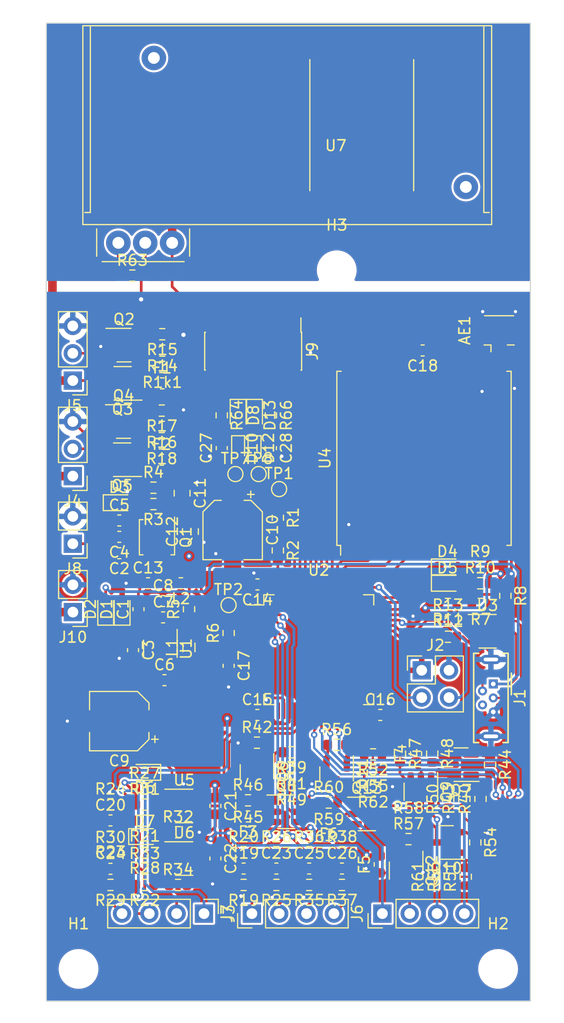
<source format=kicad_pcb>
(kicad_pcb (version 20211014) (generator pcbnew)
  (layers (0 "F.Cu" signal) (31 "B.Cu" signal) (34 "B.Paste" user) (35 "F.Paste" user) (36 "B.SilkS" user "B.Silkscreen") (37 "F.SilkS" user "F.Silkscreen") (38 "B.Mask" user) (39 "F.Mask" user) (44 "Edge.Cuts" user))
  (net 0 "")
  (net 1 "Net-(AE1-Pad1)")
  (net 2 "GND")
  (net 3 "Net-(C1-Pad1)")
  (net 4 "Net-(C6-Pad1)")
  (net 5 "Net-(C6-Pad2)")
  (net 6 "Net-(C7-Pad2)")
  (net 7 "+24V")
  (net 8 "+3.3V")
  (net 9 "Net-(C17-Pad1)")
  (net 10 "+3V3")
  (net 11 "DI_1")
  (net 12 "ADC_1")
  (net 13 "DI_2")
  (net 14 "ADC_2")
  (net 15 "DI_3")
  (net 16 "DI_4")
  (net 17 "VBUS")
  (net 18 "LED_R")
  (net 19 "Net-(D4-Pad2)")
  (net 20 "LED_G")
  (net 21 "Net-(D5-Pad2)")
  (net 22 "Net-(D6-Pad1)")
  (net 23 "Net-(D6-Pad2)")
  (net 24 "Net-(D7-Pad1)")
  (net 25 "Net-(D7-Pad2)")
  (net 26 "/Main/D-")
  (net 27 "/Main/D+")
  (net 29 "Net-(L2-Pad1)")
  (net 30 "Net-(Q1-Pad4)")
  (net 31 "Net-(Q2-Pad1)")
  (net 32 "Net-(Q2-Pad3)")
  (net 33 "Net-(F1-Pad1)")
  (net 34 "PWM_OUT_1")
  (net 35 "Net-(Q4-Pad1)")
  (net 36 "Net-(Q4-Pad3)")
  (net 37 "Net-(F2-Pad1)")
  (net 38 "Net-(Q6-Pad1)")
  (net 39 "Net-(Q6-Pad3)")
  (net 40 "Net-(Q7-Pad1)")
  (net 41 "Net-(Q7-Pad3)")
  (net 42 "Net-(Q8-Pad1)")
  (net 43 "Net-(F3-Pad1)")
  (net 44 "Net-(Q8-Pad3)")
  (net 45 "DI_OUT_1")
  (net 46 "Net-(Q9-Pad1)")
  (net 47 "Net-(F4-Pad1)")
  (net 48 "Net-(Q9-Pad3)")
  (net 49 "DI_OUT_3")
  (net 50 "Net-(Q10-Pad1)")
  (net 51 "Net-(Q10-Pad3)")
  (net 52 "Net-(Q11-Pad1)")
  (net 53 "Net-(Q11-Pad3)")
  (net 54 "Net-(Q12-Pad1)")
  (net 55 "Net-(F5-Pad1)")
  (net 56 "Net-(Q12-Pad3)")
  (net 57 "DI_OUT_2")
  (net 58 "Net-(Q13-Pad1)")
  (net 59 "Net-(F6-Pad1)")
  (net 60 "Net-(Q13-Pad3)")
  (net 61 "DI_OUT_4")
  (net 62 "VOLTAGE_MEASUREMENT")
  (net 63 "+5V")
  (net 64 "VUSB")
  (net 65 "USB_DP")
  (net 66 "Net-(R12-Pad1)")
  (net 67 "USB_DM")
  (net 68 "Net-(R13-Pad1)")
  (net 69 "PWM_1")
  (net 70 "DI_IN_1")
  (net 71 "Net-(R21-Pad1)")
  (net 72 "Net-(R22-Pad1)")
  (net 73 "ADC_IN_1")
  (net 74 "DI_IN_2")
  (net 75 "DAC_OUT_1")
  (net 76 "DAC_OUT_2")
  (net 77 "DI_IN_3")
  (net 78 "DI_IN_4")
  (net 79 "DI_OUT_1_P")
  (net 80 "DI_OUT_3_P")
  (net 81 "DI_OUT_1_N")
  (net 82 "DI_OUT_3_N")
  (net 83 "DI_OUT_2_P")
  (net 84 "DI_OUT_4_P")
  (net 85 "DI_OUT_2_N")
  (net 86 "DI_OUT_4_N")
  (net 87 "SWDIO")
  (net 88 "SWCLK")
  (net 93 "HALL_TTL_A")
  (net 94 "HALL_TTL_B")
  (net 95 "HALL_TTL_A_OUT")
  (net 97 "DAC_1")
  (net 98 "DAC_2")
  (net 99 "HALL_TTL_B_OUT")
  (net 110 "SPI_SCK")
  (net 111 "SPI_MISO")
  (net 112 "SPI_MOSI")
  (net 113 "RFM_NSS")
  (net 114 "RFM_RST")
  (net 115 "PWM_OUT_2")
  (net 116 "PWM_2")
  (net 117 "ADC_IN_2")
  (net 118 "RFM_DIO5")
  (net 119 "RFM_DIO3")
  (net 120 "RFM_DIO4")
  (net 121 "RFM_DIO0")
  (net 122 "RFM_DIO1")
  (net 123 "RFM_DIO2")
  (net 124 "+VDC")
  (net 132 "CURRENT_SENSE_OUT")
  (footprint "Connector_Coaxial:U.FL_Hirose_U.FL-R-SMT-1_Vertical" (layer "F.Cu") (at 173.0965 73.067 90)
    (fp_text reference "AE1")
    (fp_text value "Antenna_Shield")
  )
  (footprint "Resistor_SMD:R_0603_1608Metric" (layer "F.Cu") (at 136.969 121.187)
    (fp_text reference "R30")
    (fp_text value "4.7k")
  )
  (footprint "Resistor_SMD:R_0603_1608Metric" (layer "F.Cu") (at 152.39 121.139)
    (fp_text reference "R26")
    (fp_text value "4.7k")
  )
  (footprint "Package_TO_SOT_SMD:TSOT-23-6" (layer "F.Cu") (at 164.449 122.854 -90)
    (fp_text reference "Q12")
    (fp_text value "DMC3060LVT")
  )
  (footprint "Resistor_SMD:R_0603_1608Metric" (layer "F.Cu") (at 170.880079 120.235625 -90)
    (fp_text reference "R54")
    (fp_text value "1k")
  )
  (footprint "Capacitor_SMD:C_0603_1608Metric" (layer "F.Cu") (at 155.438 122.663)
    (fp_text reference "C25")
    (fp_text value "10u")
  )
  (footprint "Capacitor_SMD:C_0805_2012Metric" (layer "F.Cu") (at 143.627 87.738 -90)
    (fp_text reference "C11")
    (fp_text value "22u")
  )
  (footprint "Package_TO_SOT_SMD:SOT-23" (layer "F.Cu") (at 168.180079 120.235625 180)
    (fp_text reference "Q10")
    (fp_text value "BC846")
  )
  (footprint "Diode_SMD:D_0603_1608Metric" (layer "F.Cu") (at 150.358 80.499 -90)
    (fp_text reference "D13")
    (fp_text value "D_TVS")
  )
  (footprint "Capacitor_SMD:C_0603_1608Metric" (layer "F.Cu") (at 139.573 98.533 90)
    (fp_text reference "C1")
    (fp_text value "100n")
  )
  (footprint "Package_SO:Vishay_PowerPAK_1212-8_Single" (layer "F.Cu") (at 141.29 91.84 -90)
    (fp_text reference "Q1")
    (fp_text value "SI7309D")
  )
  (footprint "Fuse:Fuse_0603_1608Metric" (layer "F.Cu") (at 149.752057 117.815616 180)
    (fp_text reference "F3")
    (fp_text value "Polyfuse")
  )
  (footprint "Capacitor_SMD:C_0603_1608Metric" (layer "F.Cu") (at 150.6175 108.373)
    (fp_text reference "C15")
    (fp_text value "100n")
  )
  (footprint "Resistor_SMD:R_0603_1608Metric" (layer "F.Cu") (at 149.343 121.139)
    (fp_text reference "R20")
    (fp_text value "4.7k")
  )
  (footprint "Resistor_SMD:R_0603_1608Metric" (layer "F.Cu") (at 141.735831 83.105 180)
    (fp_text reference "R18")
    (fp_text value "1k")
  )
  (footprint "Resistor_SMD:R_0603_1608Metric" (layer "F.Cu") (at 166.989 123.425 90)
    (fp_text reference "R61")
    (fp_text value "1k")
  )
  (footprint "TestPoint:TestPoint_Pad_D1.0mm" (layer "F.Cu") (at 147.945 98.152)
    (fp_text reference "TP2")
    (fp_text value "3V3")
  )
  (footprint "Resistor_SMD:R_0603_1608Metric" (layer "F.Cu") (at 169.989 123.425 90)
    (fp_text reference "R51")
    (fp_text value "1k")
  )
  (footprint "TestPoint:TestPoint_Pad_D1.0mm" (layer "F.Cu") (at 148.58 85.96)
    (fp_text reference "TP7")
    (fp_text value "HALL_A")
  )
  (footprint "Resistor_SMD:R_0603_1608Metric" (layer "F.Cu") (at 140.148 124.187 180)
    (fp_text reference "R22")
    (fp_text value "1M")
  )
  (footprint "Fuse:Fuse_0603_1608Metric" (layer "F.Cu") (at 161.993001 122.281246 90)
    (fp_text reference "F5")
    (fp_text value "Polyfuse")
  )
  (footprint "Resistor_SMD:R_0603_1608Metric" (layer "F.Cu") (at 163.87755 111.961845 -90)
    (fp_text reference "R47")
    (fp_text value "10k")
  )
  (footprint "Resistor_SMD:R_0603_1608Metric" (layer "F.Cu") (at 144.272 98.533 90)
    (fp_text reference "R5")
    (fp_text value "2")
  )
  (footprint "Connector_PinHeader_2.54mm:PinHeader_2x02_P2.54mm_Vertical" (layer "F.Cu") (at 165.8978 104.2176)
    (fp_text reference "J2")
    (fp_text value "Conn_02x02_Counter_Clockwise")
  )
  (footprint "Capacitor_SMD:C_0603_1608Metric" (layer "F.Cu") (at 158.486 122.663)
    (fp_text reference "C26")
    (fp_text value "10u")
  )
  (footprint "Resistor_SMD:R_0603_1608Metric" (layer "F.Cu") (at 155.438 124.187 180)
    (fp_text reference "R35")
    (fp_text value "10k 0.1%")
  )
  (footprint "Resistor_SMD:R_0603_1608Metric" (layer "F.Cu") (at 141.73575 80.057 180)
    (fp_text reference "R17")
    (fp_text value "1k")
  )
  (footprint "Resistor_SMD:R_0603_1608Metric" (layer "F.Cu") (at 168.3346 99.5708)
    (fp_text reference "R13")
    (fp_text value "68")
  )
  (footprint "Resistor_SMD:R_0603_1608Metric" (layer "F.Cu") (at 173.672462 97.290082 -90)
    (fp_text reference "R8")
    (fp_text value "15k")
  )
  (footprint "Resistor_SMD:R_0603_1608Metric" (layer "F.Cu") (at 161.377 115.043 180)
    (fp_text reference "R62")
    (fp_text value "1k")
  )
  (footprint "TestPoint:TestPoint_Pad_D1.0mm" (layer "F.Cu") (at 152.644 87.357)
    (fp_text reference "TP1")
    (fp_text value "3V3")
  )
  (footprint "Resistor_SMD:R_0603_1608Metric" (layer "F.Cu") (at 152.525 90.024 -90)
    (fp_text reference "R1")
    (fp_text value "40.2k")
  )
  (footprint "Capacitor_SMD:C_0603_1608Metric" (layer "F.Cu") (at 146.720139 121.730089 -90)
    (fp_text reference "C22")
    (fp_text value "100n")
  )
  (footprint "Package_TO_SOT_SMD:SOT-23" (layer "F.Cu") (at 157.987625 113.851921 -90)
    (fp_text reference "Q11")
    (fp_text value "BC846")
  )
  (footprint "Resistor_SMD:R_0603_1608Metric" (layer "F.Cu") (at 140.96 88.754 180)
    (fp_text reference "R3")
    (fp_text value "15k")
  )
  (footprint "Fuse:Fuse_0603_1608Metric" (layer "F.Cu") (at 141.78021 77.522)
    (fp_text reference "F1")
    (fp_text value "Polyfuse")
  )
  (footprint "Resistor_SMD:R_0603_1608Metric" (layer "F.Cu") (at 161.377 113.543 180)
    (fp_text reference "R55")
    (fp_text value "1k")
  )
  (footprint "Resistor_SMD:R_0603_1608Metric" (layer "F.Cu") (at 149.752057 116.315616)
    (fp_text reference "R46")
    (fp_text value "10k")
  )
  (footprint "Package_TO_SOT_SMD:SOT-23" (layer "F.Cu") (at 138.22421 73.966)
    (fp_text reference "Q2")
    (fp_text value "BC846")
  )
  (footprint "Capacitor_SMD:C_0603_1608Metric" (layer "F.Cu") (at 137.785 91.802 180)
    (fp_text reference "C4")
    (fp_text value "1u")
  )
  (footprint "Resistor_SMD:R_0603_1608Metric" (layer "F.Cu") (at 155.438 121.139)
    (fp_text reference "R36")
    (fp_text value "4.7k")
  )
  (footprint "Capacitor_SMD:C_0603_1608Metric" (layer "F.Cu") (at 149.343 122.663)
    (fp_text reference "C19")
    (fp_text value "10u")
  )
  (footprint "Resistor_SMD:R_0603_1608Metric" (layer "F.Cu") (at 166.87755 111.961845 -90)
    (fp_text reference "R48")
    (fp_text value "10k")
  )
  (footprint "Capacitor_SMD:C_0603_1608Metric" (layer "F.Cu") (at 136.969 122.687)
    (fp_text reference "C24")
    (fp_text value "10u")
  )
  (footprint "MountingHole:MountingHole_3.2mm_M3" (layer "F.Cu") (at 134 132)
    (fp_text reference "H1")
    (fp_text value "MountingHole")
  )
  (footprint "Resistor_SMD:R_0603_1608Metric" (layer "F.Cu") (at 153.777 113.343 180)
    (fp_text reference "R41")
    (fp_text value "1k")
  )
  (footprint "Package_TO_SOT_SMD:SOT-23" (layer "F.Cu") (at 138.17975 81.073)
    (fp_text reference "Q4")
    (fp_text value "BC846")
  )
  (footprint "Resistor_SMD:R_0603_1608Metric" (layer "F.Cu") (at 136.969 119.687 180)
    (fp_text reference "R23")
    (fp_text value "10k 0.1%")
  )
  (footprint "Capacitor_SMD:C_0603_1608Metric" (layer "F.Cu") (at 146.721518 116.839739 -90)
    (fp_text reference "C21")
    (fp_text value "100n")
  )
  (footprint "Diode_SMD:D_0603_1608Metric" (layer "F.Cu") (at 137.785 88.627)
    (fp_text reference "D3")
    (fp_text value "D_TVS")
  )
  (footprint "Connector_PinHeader_2.54mm:PinHeader_1x04_P2.54mm_Vertical" (layer "F.Cu") (at 162.242 126.854 90)
    (fp_text reference "J6")
    (fp_text value "Conn_01x04_Male")
  )
  (footprint "Capacitor_SMD:C_0603_1608Metric" (layer "F.Cu") (at 141.859 99.295)
    (fp_text reference "C7")
    (fp_text value "22u")
  )
  (footprint "Resistor_SMD:R_0603_1608Metric" (layer "F.Cu") (at 164.669755 118.452488)
    (fp_text reference "R58")
    (fp_text value "10k")
  )
  (footprint "Resistor_SMD:R_0603_1608Metric" (layer "F.Cu") (at 143.25143 119.284323)
    (fp_text reference "R32")
    (fp_text value "4.7k")
  )
  (footprint "Resistor_SMD:R_0603_1608Metric" (layer "F.Cu") (at 153.777 114.843 180)
    (fp_text reference "R49")
    (fp_text value "1k")
  )
  (footprint "Resistor_SMD:R_0603_1608Metric" (layer "F.Cu") (at 168.3346 101.0948)
    (fp_text reference "R12")
    (fp_text value "68")
  )
  (footprint "Package_TO_SOT_SMD:SOT-23-6" (layer "F.Cu") (at 172.0176 100.5868)
    (fp_text reference "U3")
    (fp_text value "USBLC6-2SC6")
  )
  (footprint "Package_TO_SOT_SMD:TSOT-23-6" (layer "F.Cu") (at 165.822 115.515 -90)
    (fp_text reference "Q9")
    (fp_text value "DMC3060LVT")
  )
  (footprint "Connector_PinHeader_1.27mm:PinHeader_2x07_P1.27mm_Vertical_SMD" (layer "F.Cu") (at 150.231 74.53 -90)
    (fp_text reference "J9")
    (fp_text value "Conn_02x07_Odd_Even")
  )
  (footprint "Diode_SMD:D_0603_1608Metric" (layer "F.Cu") (at 140.148 119.687)
    (fp_text reference "D7")
    (fp_text value "SD0603")
  )
  (footprint "Capacitor_SMD:C_0603_1608Metric" (layer "F.Cu") (at 136.969 118.187)
    (fp_text reference "C20")
    (fp_text value "10u")
  )
  (footprint "Capacitor_SMD:C_0603_1608Metric" (layer "F.Cu") (at 139.065 102.343 -90)
    (fp_text reference "C3")
    (fp_text value "10u")
  )
  (footprint "Package_TO_SOT_SMD:SOT-23" (layer "F.Cu") (at 150.587625 113.651921 -90)
    (fp_text reference "Q6")
    (fp_text value "BC846")
  )
  (footprint "MountingHole:MountingHole_3.2mm_M3" (layer "F.Cu") (at 173 132)
    (fp_text reference "H2")
    (fp_text value "MountingHole")
  )
  (footprint "Resistor_SMD:R_0603_1608Metric" (layer "F.Cu") (at 141.78021 72.95 180)
    (fp_text reference "R15")
    (fp_text value "1k")
  )
  (footprint "Capacitor_SMD:C_0603_1608Metric" (layer "F.Cu") (at 147.31 83.547 90)
    (fp_text reference "C27")
    (fp_text value "1n")
  )
  (footprint "Connector_PinHeader_2.54mm:PinHeader_1x04_P2.54mm_Vertical" (layer "F.Cu") (at 150.114 126.854 90)
    (fp_text reference "J7")
    (fp_text value "Conn_01x04_Male")
  )
  (footprint "MK_Footprints:L01Z" (layer "F.Cu") (at 155.5 53.5)
    (fp_text reference "U7")
    (fp_text value "CURRENT_SENS")
  )
  (footprint "LED_SMD:LED_0603_1608Metric" (layer "F.Cu") (at 168.28375 94.596)
    (fp_text reference "D4")
    (fp_text value "LED_R")
  )
  (footprint "Capacitor_SMD:CP_Elec_5x5.8" (layer "F.Cu") (at 137.785 108.947 180)
    (fp_text reference "C9")
    (fp_text value "47u")
  )
  (footprint "Resistor_SMD:R_0603_1608Metric" (layer "F.Cu") (at 141.73575 81.581 180)
    (fp_text reference "R16")
    (fp_text value "1k")
  )
  (footprint "Inductor_SMD:L_0805_2012Metric" (layer "F.Cu") (at 144.262 102.089 90)
    (fp_text reference "L1")
    (fp_text value "3.3u")
  )
  (footprint "Package_TO_SOT_SMD:TSOT-23-6" (layer "F.Cu") (at 160.806 117.583)
    (fp_text reference "Q13")
    (fp_text value "DMC3060LVT")
  )
  (footprint "Resistor_SMD:R_0603_1608Metric" (layer "F.Cu") (at 168.3346 98.0468 180)
    (fp_text reference "R11")
    (fp_text value "1.5k")
  )
  (footprint "Diode_SMD:D_0603_1608Metric" (layer "F.Cu") (at 140.148219 113.709696 180)
    (fp_text reference "D6")
    (fp_text value "SD0603")
  )
  (footprint "TestPoint:TestPoint_Pad_D1.0mm" (layer "F.Cu") (at 150.739 85.96)
    (fp_text reference "TP8")
    (fp_text value "HALL_B")
  )
  (footprint "Inductor_SMD:L_0603_1608Metric" (layer "F.Cu") (at 143.51 96.12 180)
    (fp_text reference "L2")
    (fp_text value "10uH")
  )
  (footprint "MountingHole:MountingHole_3.2mm_M3" (layer "F.Cu") (at 158 67)
    (fp_text reference "H3")
    (fp_text value "MountingHole")
  )
  (footprint "Resistor_SMD:R_0603_1608Metric" (layer "F.Cu") (at 140.148219 118.209696 180)
    (fp_text reference "R21")
    (fp_text value "1M")
  )
  (footprint "Package_TO_SOT_SMD:TSOT-23-6" (layer "F.Cu") (at 141.605 102.216 -90)
    (fp_text reference "U1")
    (fp_text value "AP63203WU")
  )
  (footprint "Resistor_SMD:R_0603_1608Metric" (layer "F.Cu") (at 147.9505 100.753 90)
    (fp_text reference "R6")
    (fp_text value "100k")
  )
  (footprint "Connector_PinHeader_2.54mm:PinHeader_1x03_P2.54mm_Vertical" (layer "F.Cu") (at 133.46525 86.153 180)
    (fp_text reference "J4")
    (fp_text value "MOTOR")
  )
  (footprint "Package_TO_SOT_SMD:TSOT-23-6" (layer "F.Cu") (at 138.09721 77.522 180)
    (fp_text reference "Q3")
    (fp_text value "DMC3060LVT")
  )
  (footprint "Resistor_SMD:R_0603_1608Metric" (layer "F.Cu") (at 157.987625 111.151921)
    (fp_text reference "R56")
    (fp_text value "1k")
  )
  (footprint "Resistor_SMD:R_0603_1608Metric" (layer "F.Cu") (at 151.882 80.499 -90)
    (fp_text reference "R66")
    (fp_text value "10k")
  )
  (footprint "Resistor_SMD:R_0603_1608Metric" (layer "F.Cu") (at 158.486 121.139)
    (fp_text reference "R38")
    (fp_text value "4.7k")
  )
  (footprint "Resistor_SMD:R_0603_1608Metric" (layer "F.Cu") (at 140.96 87.23)
    (fp_text reference "R4")
    (fp_text value "15k")
  )
  (footprint "Capacitor_SMD:C_0603_1608Metric" (layer "F.Cu") (at 137.785 90.278)
    (fp_text reference "C5")
    (fp_text value "100n")
  )
  (footprint "Fuse:Fuse_0603_1608Metric" (layer "F.Cu") (at 165.37755 111.961845 90)
    (fp_text reference "F4")
    (fp_text value "Polyfuse")
  )
  (footprint "Diode_SMD:D_SOD-523" (layer "F.Cu") (at 148.834 83.547 -90)
    (fp_text reference "D10")
    (fp_text value "MM5Z3V3")
  )
  (footprint "Resistor_SMD:R_0603_1608Metric" (layer "F.Cu") (at 149.752057 119.315616)
    (fp_text reference "R45")
    (fp_text value "10k")
  )
  (footprint "Fuse:Fuse_0603_1608Metric" (layer "F.Cu") (at 141.73575 84.629)
    (fp_text reference "F2")
    (fp_text value "Polyfuse")
  )
  (footprint "Capacitor_SMD:C_0603_1608Metric" (layer "F.Cu") (at 162.0475 108.373)
    (fp_text reference "C16")
    (fp_text value "100n")
  )
  (footprint "Resistor_SMD:R_0603_1608Metric" (layer "F.Cu") (at 150.587625 110.951921)
    (fp_text reference "R42")
    (fp_text value "1k")
  )
  (footprint "Resistor_SMD:R_0603_1608Metric" (layer "F.Cu") (at 171.3826 98.0468 180)
    (fp_text reference "R7")
    (fp_text value "10k")
  )
  (footprint "Package_TO_SOT_SMD:SOT-23-5" (layer "F.Cu") (at 143.821518 116.839739)
    (fp_text reference "U5")
    (fp_text value "OPA990")
  )
  (footprint "Resistor_SMD:R_0603_1608Metric" (layer "F.Cu") (at 140.148 122.687)
    (fp_text reference "R33")
    (fp_text value "10k")
  )
  (footprint "Diode_SMD:D_0603_1608Metric" (layer "F.Cu") (at 136.525 98.533 90)
    (fp_text reference "D2")
    (fp_text value "SD0603")
  )
  (footprint "Resistor_SMD:R_0603_1608Metric" (layer "F.Cu") (at 161.377 112.043 180)
    (fp_text reference "R52")
    (fp_text value "1k")
  )
  (footprint "Resistor_SMD:R_0603_1608Metric" (layer "F.Cu") (at 136.969 124.187 180)
    (fp_text reference "R29")
    (fp_text value "10k 0.1%")
  )
  (footprint "Package_QFP:LQFP-64_10x10mm_P0.5mm" (layer "F.Cu") (at 156.3325 102.3024)
    (fp_text reference "U2")
    (fp_text value "STM32L433RCTxP")
  )
  (footprint "Resistor_SMD:R_0603_1608Metric" (layer "F.Cu") (at 136.969 116.687)
    (fp_text reference "R24")
    (fp_text value "4.7k")
  )
  (footprint "LED_SMD:LED_0603_1608Metric" (layer "F.Cu") (at 168.28375 96.12)
    (fp_text reference "D5")
    (fp_text value "LED_G")
  )
  (footprint "Connector_PinHeader_2.54mm:PinHeader_1x02_P2.54mm_Vertical" (layer "F.Cu") (at 133.477 98.806 180)
    (fp_text reference "J10")
    (fp_text value "Conn_01x02_Male")
  )
  (footprint "Resistor_SMD:R_0603_1608Metric" (layer "F.Cu") (at 171.362 116.186 90)
    (fp_text reference "R40")
    (fp_text value "1k")
  )
  (footprint "Resistor_SMD:R_0603_1608Metric" (layer "F.Cu") (at 139 67.5)
    (fp_text reference "R63")
    (fp_text value "10k")
  )
  (footprint "Package_TO_SOT_SMD:SOT-23" (layer "F.Cu") (at 169.553079 112.996625 180)
    (fp_text reference "Q7")
    (fp_text value "BC846")
  )
  (footprint "Capacitor_SMD:C_0805_2012Metric" (layer "F.Cu") (at 144.399 91.313 90)
    (fp_text reference "C12")
    (fp_text value "22u")
  )
  (footprint "Package_TO_SOT_SMD:TSOT-23-6" (layer "F.Cu") (at 138.05275 84.629 180)
    (fp_text reference "Q5")
    (fp_text value "DMC3060LVT")
  )
  (footprint "Resistor_SMD:R_0603_1608Metric" (layer "F.Cu") (at 171.33175 96.12)
    (fp_text reference "R10")
    (fp_text value "240")
  )
  (footprint "Resistor_SMD:R_0603_1608Metric" (layer "F.Cu") (at 152.39 124.187 180)
    (fp_text reference "R25")
    (fp_text value "10k 0.1%")
  )
  (footprint "Resistor_SMD:R_0603_1608Metric" (layer "F.Cu") (at 141.780291 75.998 180)
    (fp_text reference "R1k1")
    (fp_text value "1k")
  )
  (footprint "Package_TO_SOT_SMD:SOT-23-5" (layer "F.Cu") (at 143.820139 121.730089)
    (fp_text reference "U6")
    (fp_text value "OPA990")
  )
  (footprint "Capacitor_SMD:C_0603_1608Metric" (layer "F.Cu") (at 137.785 93.326 180)
    (fp_text reference "C2")
    (fp_text value "1u")
  )
  (footprint "Capacitor_SMD:C_0603_1608Metric" (layer "F.Cu") (at 150.6305 96.231 180)
    (fp_text reference "C14")
    (fp_text value "100n")
  )
  (footprint "Capacitor_SMD:C_0603_1608Metric" (layer "F.Cu") (at 141.859 97.771)
    (fp_text reference "C8")
    (fp_text value "22u")
  )
  (footprint "Capacitor_SMD:C_0603_1608Metric" (layer "F.Cu") (at 152.39 122.663)
    (fp_text reference "C23")
    (fp_text value "10u")
  )
  (footprint "Resistor_SMD:R_0603_1608Metric" (layer "F.Cu") (at 140.148 121.187 180)
    (fp_text reference "R28")
    (fp_text value "4.7k")
  )
  (footprint "Resistor_SMD:R_0603_1608Metric" (layer "F.Cu") (at 172.253079 112.996625 -90)
    (fp_text reference "R44")
    (fp_text value "1k")
  )
  (footprint "Fuse:Fuse_0603_1608Metric" (layer "F.Cu") (at 157.255564 118.020537 180)
    (fp_text reference "F6")
    (fp_text value "Polyfuse")
  )
  (footprint "Resistor_SMD:R_0603_1608Metric" (layer "F.Cu") (at 141.78021 74.474 180)
    (fp_text reference "R14")
    (fp_text value "1k")
  )
  (footprint "Capacitor_SMD:CP_Elec_5x5.8" (layer "F.Cu") (at 148.326 91.167 -90)
    (fp_text reference "C10")
    (fp_text value "47u")
  )
  (footprint "Capacitor_SMD:C_0603_1608Metric" (layer "F.Cu") (at 141.986 105.137)
    (fp_text reference "C6")
    (fp_text value "100n")
  )
  (footprint "RF_Module:HOPERF_RFM9XW_SMD" (layer "F.Cu") (at 166.1115 84.497 90)
    (fp_text reference "U4")
    (fp_text value "RFM95W-868S2")
  )
  (footprint "Package_TO_SOT_SMD:TSOT-23-6" (layer "F.Cu") (at 153.306 117.383)
    (fp_text reference "Q8")
    (fp_text value "DMC3060LVT")
  )
  (footprint "Resistor_SMD:R_0603_1608Metric" (layer "F.Cu") (at 158.486 124.187 180)
    (fp_text reference "R37")
    (fp_text value "10k 0.1%")
  )
  (footprint "Capacitor_SMD:C_0603_1608Metric" (layer "F.Cu") (at 165.9845 74.464 180)
    (fp_text reference "C18")
    (fp_text value "100n")
  )
  (footprint "Connector_PinHeader_2.54mm:PinHeader_1x04_P2.54mm_Vertical" (layer "F.Cu") (at 145.659 126.854 -90)
    (fp_text reference "J3")
    (fp_text value "Conn_01x04_Male")
  )
  (footprint "Resistor_SMD:R_0603_1608Metric" (layer "F.Cu") (at 157.255564 119.520537)
    (fp_text reference "R59")
    (fp_text value "10k")
  )
  (footprint "Resistor_SMD:R_0603_1608Metric" (layer "F.Cu") (at 140.148219 115.209696)
    (fp_text reference "R27")
    (fp_text value "4.7k")
  )
  (footprint "Resistor_SMD:R_0603_1608Metric" (layer "F.Cu") (at 168.489 123.425 90)
    (fp_text reference "R53")
    (fp_text value "1k")
  )
  (footprint "Connector_PinHeader_2.54mm:PinHeader_1x02_P2.54mm_Vertical" (layer "F.Cu") (at 133.467 92.442 180)
    (fp_text reference "J8")
    (fp_text value "Conn_01x02_Male")
  )
  (footprint "Resistor_SMD:R_0603_1608Metric" (layer "F.Cu") (at 157.255564 116.520537)
    (fp_text reference "R60")
    (fp_text value "10k")
  )
  (footprint "Capacitor_SMD:C_0603_1608Metric" (layer "F.Cu") (at 151.882 83.547 -90)
    (fp_text reference "C28")
    (fp_text value "1n")
  )
  (footprint "Resistor_SMD:R_0603_1608Metric" (layer "F.Cu") (at 168.362 116.186 90)
    (fp_text reference "R50")
    (fp_text value "1k")
  )
  (footprint "Resistor_SMD:R_0603_1608Metric" (layer "F.Cu") (at 147.31 80.499 -90)
    (fp_text reference "R64")
    (fp_text value "10k")
  )
  (footprint "Resistor_SMD:R_0603_1608Metric" (layer "F.Cu") (at 169.862 116.186 90)
    (fp_text reference "R43")
    (fp_text value "1k")
  )
  (footprint "Resistor_SMD:R_0603_1608Metric" (layer "F.Cu") (at 149.343 124.187 180)
    (fp_text reference "R19")
    (fp_text value "10k 0.1%")
  )
  (footprint "Diode_SMD:D_0603_1608Metric" (layer "F.Cu") (at 138.049 98.533 90)
    (fp_text reference "D1")
    (fp_text value "SD0603")
  )
  (footprint "Resistor_SMD:R_0603_1608Metric" (layer "F.Cu") (at 152.525 93.072 -90)
    (fp_text reference "R2")
    (fp_text value "4.7k")
  )
  (footprint "Resistor_SMD:R_0603_1608Metric" (layer "F.Cu") (at 153.777 111.843 180)
    (fp_text reference "R39")
    (fp_text value "1k")
  )
  (footprint "Capacitor_SMD:C_0603_1608Metric" (layer "F.Cu") (at 140.462 96.12)
    (fp_text reference "C13")
    (fp_text value "10u")
  )
  (footprint "Diode_SMD:D_SOD-523" (layer "F.Cu") (at 150.358 83.547 -90)
    (fp_text reference "D12")
    (fp_text value "MM5Z3V3")
  )
  (footprint "Resistor_SMD:R_0603_1608Metric" (layer "F.Cu") (at 171.33175 94.596)
    (fp_text reference "R9")
    (fp_text value "240")
  )
  (footprint "Diode_SMD:D_0603_1608Metric" (layer "F.Cu") (at 148.834 80.499 -90)
    (fp_text reference "D8")
    (fp_text value "D_TVS")
  )
  (footprint "Capacitor_SMD:C_0603_1608Metric" (layer "F.Cu") (at 147.9505 103.801 -90)
    (fp_text reference "C17")
    (fp_text value "100n")
  )
  (footprint "Resistor_SMD:R_0603_1608Metric" (layer "F.Cu") (at 164.669697 119.925961)
    (fp_text reference "R57")
    (fp_text value "10k")
  )
  (footprint "Resistor_SMD:R_0603_1608Metric" (layer "F.Cu") (at 143.248 124.187)
    (fp_text reference "R34")
    (fp_text value "4.7k")
  )
  (footprint "Connector_PinHeader_2.54mm:PinHeader_1x03_P2.54mm_Vertical" (layer "F.Cu") (at 133.46525 77.263 180)
    (fp_text reference "J5")
    (fp_text value "MOTOR")
  )
  (footprint "Connector_USB:USB_Micro-B_Wuerth_614105150721_Vertical" (layer "F.Cu") (at 172.549 105.488 -90)
    (fp_text reference "J1")
    (fp_text value "USB_B_Micro")
  )
  (footprint "Resistor_SMD:R_0603_1608Metric" (layer "F.Cu") (at 140.148219 116.709696)
    (fp_text reference "R31")
    (fp_text value "10k")
  )
  (gr_line (start 131 135) (end 131 44) (layer "Edge.Cuts") (width 0.1))
  (gr_line (start 176 135) (end 131 135) (layer "Edge.Cuts") (width 0.1))
  (gr_line (start 131 44) (end 176 44) (layer "Edge.Cuts") (width 0.1))
  (gr_line (start 176 44) (end 176 135) (layer "Edge.Cuts") (width 0.1))
  (segment (start 173.1115 74.132) (end 173.0965 74.117) (width 0.25) (layer "F.Cu") (net 1))
  (segment (start 173.1115 76.497) (end 173.1115 74.132) (width 0.25) (layer "F.Cu") (net 1))
  (segment (start 161.099 115.805) (end 161.988 115.805) (width 0.25) (layer "F.Cu") (net 2))
  (segment (start 149.5376 104.0524) (end 149.014 104.576) (width 0.25) (layer "F.Cu") (net 2))
  (segment (start 142.684018 116.839739) (end 143.608261 116.839739) (width 0.25) (layer "F.Cu") (net 2))
  (segment (start 138.56 90.278) (end 138.56 91.802) (width 0.25) (layer "F.Cu") (net 2))
  (segment (start 152.525 94.837) (end 152.197 95.165) (width 0.25) (layer "F.Cu") (net 2))
  (segment (start 151.4375 106.9785) (end 151.628 106.788) (width 0.25) (layer "F.Cu") (net 2))
  (segment (start 157.162625 111.921375) (end 157.162625 111.151921) (width 0.25) (layer "F.Cu") (net 2))
  (segment (start 137.28671 75.4415) (end 137.94721 76.102) (width 0.25) (layer "F.Cu") (net 2))
  (segment (start 140.6495 103.359) (end 140.655 103.3535) (width 0.25) (layer "F.Cu") (net 2))
  (segment (start 136.896 116.313) (end 136.896 115.551) (width 0.25) (layer "F.Cu") (net 2))
  (segment (start 167.703 116.948) (end 167.449 116.694) (width 0.25) (layer "F.Cu") (net 2))
  (segment (start 139.065 103.118) (end 139.83 103.118) (width 0.25) (layer "F.Cu") (net 2))
  (segment (start 172.0176 101.096196) (end 172.0176 102.2856) (width 0.25) (layer "F.Cu") (net 2))
  (segment (start 139.83 103.118) (end 140.071 103.359) (width 0.25) (layer "F.Cu") (net 2))
  (segment (start 149.343 124.948) (end 149.342 124.949) (width 0.25) (layer "F.Cu") (net 2))
  (segment (start 160.846396 117.075) (end 160.845 117.075) (width 0.25) (layer "F.Cu") (net 2))
  (segment (start 161.354396 117.583) (end 160.846396 117.075) (width 0.25) (layer "F.Cu") (net 2))
  (segment (start 138.56 88.6395) (end 138.5725 88.627) (width 0.25) (layer "F.Cu") (net 2))
  (segment (start 152.39 124.949) (end 152.009 125.33) (width 0.25) (layer "F.Cu") (net 2))
  (segment (start 171.6215 70.9015) (end 171.567 70.847) (width 0.25) (layer "F.Cu") (net 2))
  (segment (start 137.94721 76.102) (end 137.94721 77.291) (width 0.25) (layer "F.Cu") (net 2))
  (segment (start 138.374523 118.187) (end 137.744 118.187) (width 0.25) (layer "F.Cu") (net 2))
  (segment (start 147.385 84.247) (end 147.31 84.322) (width 0.25) (layer "F.Cu") (net 2))
  (segment (start 153.215 122.613) (end 153.165 122.663) (width 0.25) (layer "F.Cu") (net 2))
  (segment (start 145.593 92.244) (end 145.659 92.31) (width 0.25) (layer "F.Cu") (net 2))
  (segment (start 137.744 122.687) (end 137.744 121.237) (width 0.25) (layer "F.Cu") (net 2))
  (segment (start 149.277 84.247) (end 149.661 83.863) (width 0.25) (layer "F.Cu") (net 2))
  (segment (start 172.253079 112.171625) (end 172.253079 111.464921) (width 0.25) (layer "F.Cu") (net 2))
  (segment (start 150.168 121.139) (end 150.168 122.613) (width 0.25) (layer "F.Cu") (net 2))
  (segment (start 153.406 117.002) (end 153.406 115.859) (width 0.25) (layer "F.Cu") (net 2))
  (segment (start 142.56075 80.057) (end 143.688 80.057) (width 0.25) (layer "F.Cu") (net 2))
  (segment (start 139.825 67.5) (end 139.825 69.696) (width 0.25) (layer "F.Cu") (net 2))
  (segment (start 143.754 116.694) (end 143.754 114.789) (width 0.25) (layer "F.Cu") (net 2))
  (segment (start 166.7595 74.464) (end 170.6505 74.464) (width 0.25) (layer "F.Cu") (net 2))
  (segment (start 143.608261 116.839739) (end 143.754 116.694) (width 0.25) (layer "F.Cu") (net 2))
  (segment (start 171.6215 72.592) (end 171.6215 70.9015) (width 0.25) (layer "F.Cu") (net 2))
  (segment (start 167.449 115.805) (end 167.195 115.551) (width 0.25) (layer "F.Cu") (net 2))
  (segment (start 168.362 117.011) (end 168.362 117.813) (width 0.25) (layer "F.Cu") (net 2))
  (segment (start 150.168 122.613) (end 150.118 122.663) (width 0.25) (layer "F.Cu") (net 2))
  (segment (start 171.506 78.274) (end 171.4455 78.274) (width 0.25) (layer "F.Cu") (net 2))
  (segment (start 153.025 95.2865) (end 153.0825 95.344) (width 0.25) (layer "F.Cu") (net 2))
  (segment (start 173.1115 92.497) (end 173.913 92.497) (width 0.25) (layer "F.Cu") (net 2))
  (segment (start 166.989 124.25) (end 166.989 123.6) (width 0.25) (layer "F.Cu") (net 2))
  (segment (start 171.437625 112.046625) (end 171.562625 112.171625) (width 0.25) (layer "F.Cu") (net 2))
  (segment (start 146.716 93.367) (end 146.761 93.367) (width 0.25) (layer "F.Cu") (net 2))
  (segment (start 155.565 122.663) (end 155.438 122.79) (width 0.25) (layer "F.Cu") (net 2))
  (segment (start 149.777 110.966296) (end 149.762625 110.951921) (width 0.25) (layer "F.Cu") (net 2))
  (segment (start 146.721518 118.748397) (end 146.721518 117.614739) (width 0.25) (layer "F.Cu") (net 2))
  (segment (start 138.08575 84.375) (end 138.08575 83.486) (width 0.25) (layer "F.Cu") (net 2))
  (segment (start 151.807 84.247) (end 151.882 84.322) (width 0.25) (layer "F.Cu") (net 2))
  (segment (start 137.744 116.737) (end 137.794 116.687) (width 0.25) (layer "F.Cu") (net 2))
  (segment (start 156.263 121.139) (end 156.263 122.613) (width 0.25) (layer "F.Cu") (net 2))
  (segment (start 147.31 84.322) (end 146.18 84.322) (width 0.25) (layer "F.Cu") (net 2))
  (segment (start 157.037625 114.332375) (end 156.581 114.789) (width 0.25) (layer "F.Cu") (net 2))
  (segment (start 171.6215 74.415) (end 171.6215 72.592) (width 0.25) (layer "F.Cu") (net 2))
  (segment (start 138.524219 118.336696) (end 138.374523 118.187) (width 0.25) (layer "F.Cu") (net 2))
  (segment (start 141.785 87.23) (end 142.23 87.23) (width 0.25) (layer "F.Cu") (net 2))
  (segment (start 139.687 96.885) (end 139.563 97.009) (width 0.25) (layer "F.Cu") (net 2))
  (segment (start 159.5825 107.9774) (end 159.5825 108.818085) (width 0.25) (layer "F.Cu") (net 2))
  (segment (start 147.9505 104.576) (end 147.9505 105.7665) (width 0.25) (layer "F.Cu") (net 2))
  (segment (start 144.073 124.187) (end 146.362915 124.187) (width 0.25) (layer "F.Cu") (net 2))
  (segment (start 153.406 115.859) (end 153.677 115.588) (width 0.25) (layer "F.Cu") (net 2))
  (segment (start 136.70021 72.061) (end 136.44621 72.061) (width 0.25) (layer "F.Cu") (net 2))
  (segment (start 172.329 102.597) (end 172.329 103.213) (width 0.25) (layer "F.Cu") (net 2))
  (segment (start 159.5825 108.818085) (end 159.965415 109.201) (width 0.25) (layer "F.Cu") (net 2))
  (segment (start 136.06521 72.442) (end 136.06521 74.09079) (width 0.25) (layer "F.Cu") (net 2))
  (segment (start 155.438 124.822) (end 154.93 125.33) (width 0.25) (layer "F.Cu") (net 2))
  (segment (start 164.782 122.917) (end 164.449 123.25) (width 0.25) (layer "F.Cu") (net 2))
  (segment (start 152.898 106.788) (end 153.0825 106.9725) (width 0.25) (layer "F.Cu") (net 2))
  (segment (start 159.311 121.139) (end 159.311 122.613) (width 0.25) (layer "F.Cu") (net 2))
  (segment (start 137.83175 84.629) (end 138.08575 84.375) (width 0.25) (layer "F.Cu") (net 2))
  (segment (start 172.339 111.379) (end 172.329 111.369) (width 0.25) (layer "F.Cu") (net 2))
  (segment (start 143.688 80.057) (end 143.754 79.991) (width 0.25) (layer "F.Cu") (net 2))
  (segment (start 139.825 69.696) (end 139.817 69.704) (width 0.25) (layer "F.Cu") (net 2))
  (segment (start 142.28821 72.061) (end 136.70021 72.061) (width 0.25) (layer "F.Cu") (net 2))
  (segment (start 136.91525 84.629) (end 137.83175 84.629) (width 0.25) (layer "F.Cu") (net 2))
  (segment (start 134.41525 82.023) (end 133.46525 81.073) (width 0.25) (layer "F.Cu") (net 2))
  (segment (start 157.037625 112.914421) (end 157.037625 114.332375) (width 0.25) (layer "F.Cu") (net 2))
  (segment (start 149.637625 112.714421) (end 149.637625 111.807375) (width 0.25) (layer "F.Cu") (net 2))
  (segment (start 147.9505 105.7665) (end 147.945 105.772) (width 0.25) (layer "F.Cu") (net 2))
  (segment (start 159.1115 90.6685) (end 159.121 90.659) (width 0.25) (layer "F.Cu") (net 2))
  (segment (start 135.585 108.947) (end 132.959 108.947) (width 0.25) (layer "F.Cu") (net 2))
  (segment (start 137.744 118.187) (end 137.744 116.737) (width 0.25) (layer "F.Cu") (net 2))
  (segment (start 146.18 84.322) (end 146.167 84.309) (width 0.25) (layer "F.Cu") (net 2))
  (segment (start 150.045 84.247) (end 149.661 83.863) (width 0.25) (layer "F.Cu") (net 2))
  (segment (start 144.262 92.244) (end 145.593 92.244) (width 0.25) (layer "F.Cu") (net 2))
  (segment (start 150.297 95.165) (end 150.1095 95.165) (width 0.25) (layer "F.Cu") (net 2))
  (segment (start 167.449 116.694) (end 167.449 115.805) (width 0.25) (layer "F.Cu") (net 2))
  (segment (start 140.071 103.359) (end 140.6495 103.359) (width 0.25) (layer "F.Cu") (net 2))
  (segment (start 172.253079 111.464921) (end 172.339 111.379) (width 0.25) (layer "F.Cu") (net 2))
  (segment (start 174.5715 70.8905) (end 174.615 70.847) (width 0.25) (layer "F.Cu") (net 2))
  (segment (start 167.195 115.551) (end 166.306 115.551) (width 0.25) (layer "F.Cu") (net 2))
  (segment (start 153.0825 95.344) (end 152.9035 95.165) (width 0.25) (layer "F.Cu") (net 2))
  (segment (start 148.834 84.247) (end 149.277 84.247) (width 0.25) (layer "F.Cu") (net 2))
  (segment (start 170.6505 74.464) (end 171.1115 74.925) (width 0.25) (layer "F.Cu") (net 2))
  (segment (start 171.4455 78.274) (end 171.1115 77.94) (width 0.25) (layer "F.Cu") (net 2))
  (segment (start 171.971375 119.410625) (end 172.021 119.361) (width 0.25) (layer "F.Cu") (net 2))
  (segment (start 172.329 111.369) (end 172.329 110.363) (width 0.25) (layer "F.Cu") (net 2))
  (segment (start 139.825 67.5) (end 139.825 66.175) (width 0.25) (layer "F.Cu") (net 2))
  (segment (start 168.299 116.948) (end 167.703 116.948) (width 0.25) (layer "F.Cu") (net 2))
  (segment (start 149.762625 110.951921) (end 148.861079 110.951921) (width 0.25) (layer "F.Cu") (net 2))
  (segment (start 149.596 122.663) (end 149.343 122.916) (width 0.25) (layer "F.Cu") (net 2))
  (segment (start 174.5715 77.942) (end 174.52125 77.99225) (width 0.25) (layer "F.Cu") (net 2))
  (segment (start 141.084 97.771) (end 141.084 99.295) (width 0.25) (layer "F.Cu") (net 2))
  (segment (start 153.025 74.657) (end 155.565 74.657) (width 0.25) (layer "F.Cu") (net 2))
  (segment (start 170.040625 119.285625) (end 170.165625 119.410625) (width 0.25) (layer "F.Cu") (net 2))
  (segment (start 149.637625 111.807375) (end 149.777 111.668) (width 0.25) (layer "F.Cu") (net 2))
  (segment (start 143.670911 121.730089) (end 143.915457 121.485543) (width 0.25) (layer "F.Cu") (net 2))
  (segment (start 152.885 84.322) (end 152.898 84.309) (width 0.25) (layer "F.Cu") (net 2))
  (segment (start 149.596 81.896) (end 149.596 81.388) (width 0.25) (layer "F.Cu") (net 2))
  (segment (start 136.06521 74.09079) (end 136.06521 74.728) (width 0.25) (layer "F.Cu") (net 2))
  (segment (start 159.311 122.613) (end 159.261 122.663) (width 0.25) (layer "F.Cu") (net 2))
  (segment (start 151.882 84.322) (end 152.885 84.322) (width 0.25) (layer "F.Cu") (net 2))
  (segment (start 151.3925 107.0235) (end 151.4375 106.9785) (width 0.25) (layer "F.Cu") (net 2))
  (segment (start 170.165625 119.410625) (end 170.880079 119.410625) (width 0.25) (layer "F.Cu") (net 2))
  (segment (start 145.659 92.31) (end 146.716 93.367) (width 0.25) (layer "F.Cu") (net 2))
  (segment (start 174.234 95.231) (end 173.672462 95.792538) (width 0.25) (layer "F.Cu") (net 2))
  (segment (start 161.988 115.805) (end 162.202 115.591) (width 0.25) (layer "F.Cu") (net 2))
  (segment (start 149.661 81.961) (end 149.596 81.896) (width 0.25) (layer "F.Cu") (net 2))
  (segment (start 148.834 81.2865) (end 149.6975 81.2865) (width 0.25) (layer "F.Cu") (net 2))
  (segment (start 156.263 122.613) (end 156.213 122.663) (width 0.25) (layer "F.Cu") (net 2))
  (segment (start 166.7505 123.3615) (end 166.3695 123.3615) (width 0.25) (layer "F.Cu") (net 2))
  (segment (start 138.213915 121.187) (end 138.524219 120.876696) (width 0.25) (layer "F.Cu") (net 2))
  (segment (start 166.306 115.551) (end 165.822 116.035) (width 0.25) (layer "F.Cu") (net 2))
  (segment (start 140.2 65.8) (end 140.2 64.45) (width 0.25) (layer "F.Cu") (net 2))
  (segment (start 142.23 87.23) (end 142.672 86.788) (width 0.25) (layer "F.Cu") (net 2))
  (segment (start 149.8555 95.419) (end 149.8555 96.231) (width 0.25) (layer "F.Cu") (net 2))
  (segment (start 170.490579 112.046625) (end 171.437625 112.046625) (width 0.25) (layer "F.Cu") (net 2))
  (segment (start 138.5725 88.627) (end 138.5725 87.6365) (width 0.25) (layer "F.Cu") (net 2))
  (segment (start 144.958 86.788) (end 145.024 86.722) (width 0.25) (layer "F.Cu") (net 2))
  (segment (start 138.08575 83.486) (end 137.24225 82.6425) (width 0.25) (layer "F.Cu") (net 2))
  (segment (start 160.845 116.059) (end 161.099 115.805) (width 0.25) (layer "F.Cu") (net 2))
  (segment (start 162.202 115.591) (end 162.202 115.043) (width 0.25) (layer "F.Cu") (net 2))
  (segment (start 149.343 122.917) (end 149.343 124.948) (width 0.25) (layer "F.Cu") (net 2))
  (segment (start 156.213 122.663) (end 155.565 122.663) (width 0.25) (layer "F.Cu") (net 2))
  (segment (start 139.687 96.12) (end 139.687 96.885) (width 0.25) (layer "F.Cu") (net 2))
  (segment (start 152.517 122.663) (end 152.39 122.79) (width 0.25) (layer "F.Cu") (net 2))
  (segment (start 149.596 81.388) (end 149.6975 81.2865) (width 0.25) (layer "F.Cu") (net 2))
  (segment (start 166.3695 123.3615) (end 166.0155 123.0075) (width 0.25) (layer "F.Cu") (net 2))
  (segment (start 159.965415 109.201) (end 162.677 109.201) (width 0.25) (layer "F.Cu") (net 2))
  (segment (start 150.358 84.247) (end 150.045 84.247) (width 0.25) (layer "F.Cu") (net 2))
  (segment (start 138.5725 87.6365) (end 138.547 87.611) (width 0.25) (layer "F.Cu") (net 2))
  (segment (start 166.989 123.6) (end 166.7505 123.3615) (width 0.25) (layer "F.Cu") (net 2))
  (segment (start 174.234 92.818) (end 174.234 95.231) (width 0.25) (layer "F.Cu") (net 2))
  (segment (start 152.525 93.897) (end 152.525 94.837) (width 0.25) (layer "F.Cu") (net 2))
  (segment (start 168.362 117.813) (end 168.338 117.837) (width 0.25) (layer "F.Cu") (net 2))
  (segment (start 137.27 116.687) (end 136.896 116.313) (width 0.25) (layer "F.Cu") (net 2))
  (segment (start 150.1095 95.165) (end 149.8555 95.419) (width 0.25) (layer "F.Cu") (net 2))
  (segment (start 137.794 116.687) (end 137.27 116.687) (width 0.25) (layer "F.Cu") (net 2))
  (segment (start 139.687 96.12) (end 138.42 96.12) (width 0.25) (layer "F.Cu") (net 2))
  (segment (start 173.672462 95.792538) (end 173.672462 96.465082) (width 0.25) (layer "F.Cu") (net 2))
  (segment (start 139.563 97.748) (end 139.573 97.758) (width 0.25) (layer "F.Cu") (net 2))
  (segment (start 153.677 115.588) (end 153.677 114.953) (width 0.25) (layer "F.Cu") (net 2))
  (segment (start 168.362 117.011) (end 168.299 116.948) (width 0.25) (layer "F.Cu") (net 2))
  (segment (start 142.60521 72.95) (end 143.698 72.95) (width 0.25) (layer "F.Cu") (net 2))
  (segment (start 139.563 97.009) (end 139.563 97.748) (width 0.25) (layer "F.Cu") (net 2))
  (segment (start 171.562625 112.171625) (end 172.253079 112.171625) (width 0.25) (layer "F.Cu") (net 2))
  (segment (start 170.880079 119.410625) (end 171.971375 119.410625) (width 0.25) (layer "F.Cu") (net 2))
  (segment (start 146.518957 124.030957) (end 146.720139 123.829776) (width 0.25) (layer "F.Cu") (net 2))
  (segment (start 160.845 117.075) (end 160.845 116.059) (width 0.25) (layer "F.Cu") (net 2))
  (segment (start 152.39 124.822) (end 152.39 124.949) (width 0.25) (layer "F.Cu") (net 2))
  (segment (start 156.581 114.789) (end 155.692 114.789) (width 0.25) (layer "F.Cu") (net 2))
  (segment (start 142.60521 72.378) (end 142.28821 72.061) (width 0.25) (layer "F.Cu") (net 2))
  (segment (start 149.342 124.949) (end 149.088 125.203) (width 0.25) (layer "F.Cu") (net 2))
  (segment (start 146.185592 119.284323) (end 146.721518 118.748397) (width 0.25) (layer "F.Cu") (net 2))
  (segment (start 137.71621 77.522) (end 136.95971 77.522) (width 0.25) (layer "F.Cu") (net 2))
  (segment (start 137.794 121.187) (end 138.213915 121.187) (width 0.25) (layer "F.Cu") (net 2))
  (segment (start 139.825 66.175) (end 140.2 65.8) (width 0.25) (layer "F.Cu") (net 2))
  (segment (start 143.698 72.95) (end 143.754 73.006) (width 0.25) (layer "F.Cu") (net 2))
  (segment (start 153.787 117.383) (end 153.406 117.002) (width 0.25) (layer "F.Cu") (net 2))
  (segment (start 146.455457 124.094457) (end 146.518957 124.030957) (width 0.25) (layer "F.Cu") (net 2))
  (segment (start 141.071 97.758) (end 141.084 97.771) (width 0.25) (layer "F.Cu") (net 2))
  (segment (start 153.0825 96.6274) (end 153.0825 95.344) (width 0.25) (layer "F.Cu") (net 2))
  (segment (start 157.037625 112.046375) (end 157.162625 111.921375) (width 0.25) (layer "F.Cu") (net 2))
  (segment (start 165.925 122.917) (end 164.782 122.917) (width 0.25) (layer "F.Cu") (net 2))
  (segment (start 174.2395 78.274) (end 171.506 78.274) (width 0.25) (layer "F.Cu") (net 2))
  (segment (start 142.672 86.788) (end 143.627 86.788) (width 0.25) (layer "F.Cu") (net 2))
  (segment (start 136.44621 72.061) (end 136.06521 72.442) (width 0.25) (layer "F.Cu") (net 2))
  (segment (start 136.06521 74.728) (end 136.25321 74.916) (width 0.25) (layer "F.Cu") (net 2))
  (segment (start 152.771 76.48) (end 152.771 74.911) (width 0.25) (layer "F.Cu") (net 2))
  (segment (start 157.037625 112.914421) (end 157.037625 112.046375) (width 0.25) (layer "F.Cu") (net 2))
  (segment (start 152.771 74.911) (end 153.025 74.657) (width 0.25) (layer "F.Cu") (net 2))
  (segment (start 150.6575 104.0524) (end 149.5376 104.0524) (width 0.25) (layer "F.Cu") (net 2))
  (segment (start 137.24225 82.023) (end 134.41525 82.023) (width 0.25) (layer "F.Cu") (net 2))
  (segment (start 152.197 95.165) (end 150.297 95.165) (width 0.25) (layer "F.Cu") (net 2))
  (segment (start 143.915457 121.485543) (end 143.915457 120.030457) (width 0.25) (layer "F.Cu") (net 2))
  (segment (start 149.661 83.863) (end 149.661 81.961) (width 0.25) (layer "F.Cu") (net 2))
  (segment (start 169.117579 119.285625) (end 170.040625 119.285625) (width 0.25) (layer "F.Cu") (net 2))
  (segment (start 162.8225 109.0555) (end 162.8225 108.373) (width 0.25) (layer "F.Cu") (net 2))
  (segment (start 153.677 114.953) (end 153.787 114.843) (width 0.25) (layer "F.Cu") (net 2))
  (segment (start 174.52125 77.99225) (end 174.2395 78.274) (width 0.25) (layer "F.Cu") (net 2))
  (segment (start 151.628 106.788) (end 152.898 106.788) (width 0.25) (layer "F.Cu") (net 2))
  (segment (start 162.8225 107.3145) (end 162.804 107.296) (width 0.25) (layer "F.Cu") (net 2))
  (segment (start 137.24225 82.6425) (end 137.24225 82.023) (width 0.25) (layer "F.Cu") (net 2))
  (segment (start 165.822 116.6525) (end 165.822 116.035) (width 0.25) (layer "F.Cu") (net 2))
  (segment (start 146.720139 123.829776) (end 146.720139 122.505089) (width 0.25) (layer "F.Cu") (net 2))
  (segment (start 171.1115 74.925) (end 171.6215 74.415) (width 0.25) (layer "F.Cu") (net 2))
  (segment (start 150.118 122.663) (end 149.596 122.663) (width 0.25) (layer "F.Cu") (net 2))
  (segment (start 137.798 103.118) (end 137.785 103.105) (width 0.25) (layer "F.Cu") (net 2))
  (segment (start 174.5715 72.592) (end 174.5715 77.942) (width 0.25) (layer "F.Cu") (net 2))
  (segment (start 152.39 122.79) (end 152.39 124.822) (width 0.25) (layer "F.Cu") (net 2))
  (segment (start 171.1115 77.94) (end 171.1115 76.497) (width 0.25) (layer "F.Cu") (net 2))
  (segment (start 137.744 121.237) (end 137.794 121.187) (width 0.25) (layer "F.Cu") (net 2))
  (segment (start 142.682639 121.730089) (end 143.670911 121.730089) (width 0.25) (layer "F.Cu") (net 2))
  (segment (start 146.761 93.367) (end 148.326 93.367) (width 0.25) (layer "F.Cu") (net 2))
  (segment (start 149.6975 81.2865) (end 150.358 81.2865) (width 0.25) (layer "F.Cu") (net 2))
  (segment (start 155.438 124.144538) (end 155.438 124.822) (width 0.25) (layer "F.Cu") (net 2))
  (segment (start 143.627 86.788) (end 144.958 86.788) (width 0.25) (layer "F.Cu") (net 2))
  (segment (start 164.9655 99.0524) (end 165.09 99.1769) (width 0.25) (layer "F.Cu") (net 2))
  (segment (start 142.60521 72.95) (end 142.60521 72.378) (width 0.25) (layer "F.Cu") (net 2))
  (segment (start 143.915457 120.030457) (end 144.07643 119.869485) (width 0.25) (layer "F.Cu") (net 2))
  (segment (start 151.3925 108.373) (end 151.3925 107.0235) (width 0.25) (layer "F.Cu") (net 2))
  (segment (start 148.861079 110.951921) (end 148.834 110.979) (width 0.25) (layer "F.Cu") (net 2))
  (segment (start 166.0155 123.0075) (end 165.925 122.917) (width 0.25) (layer "F.Cu") (net 2))
  (segment (start 159.1115 92.497) (end 159.1115 90.6685) (width 0.25) (layer "F.Cu") (net 2))
  (segment (start 148.834 84.247) (end 147.385 84.247) (width 0.25) (layer "F.Cu") (net 2))
  (segment (start 172.0176 102.2856) (end 172.329 102.597) (width 0.25) (layer "F.Cu") (net 2))
  (segment (start 154.602 114.843) (end 155.438 114.843) (width 0.25) (layer "F.Cu") (net 2))
  (segment (start 162.202 115.043) (end 163.185 115.043) (width 0.25) (layer "F.Cu") (net 2))
  (segment (start 137.28671 74.916) (end 137.28671 75.4415) (width 0.25) (layer "F.Cu") (net 2))
  (segment (start 144.07643 119.284323) (end 145.227677 119.284323) (width 0.25) (layer "F.Cu") (net 2))
  (segment (start 152.9035 95.165) (end 152.197 95.165) (width 0.25) (layer "F.Cu") (net 2))
  (segment (start 153.215 121.139) (end 153.215 122.613) (width 0.25) (layer "F.Cu") (net 2))
  (segment (start 161.9435 117.583) (end 161.354396 117.583) (width 0.25) (layer "F.Cu") (net 2))
  (segment (start 153.787 114.843) (end 154.602 114.843) (width 0.25) (layer "F.Cu") (net 2))
  (segment (start 146.362915 124.187) (end 146.455457 124.094457) (width 0.25) (layer "F.Cu") (net 2))
  (segment (start 138.56 93.326) (end 138.56 91.802) (width 0.25) (layer "F.Cu") (net 2))
  (segment (start 155.438 122.79) (end 155.438 124.144538) (width 0.25) (layer "F.Cu") (net 2))
  (segment (start 162.8225 108.373) (end 162.8225 107.3145) (width 0.25) (layer "F.Cu") (net 2))
  (segment (start 164.449 123.25) (end 164.449 123.9915) (width 0.25) (layer "F.Cu") (net 2))
  (segment (start 149.777 111.668) (end 149.777 110.966296) (width 0.25) (layer "F.Cu") (net 2))
  (segment (start 165.822 116.035) (end 166.179 115.678) (width 0.25) (layer "F.Cu") (net 2))
  (segment (start 174.5715 72.592) (end 174.5715 70.8905) (width 0.25) (layer "F.Cu") (net 2))
  (segment (start 138.524219 120.876696) (end 138.524219 118.336696) (width 0.25) (layer "F.Cu") (net 2))
  (segment (start 173.913 92.497) (end 174.234 92.818) (width 0.25) (layer "F.Cu") (net 2))
  (segment (start 170.8801 100.5868) (end 171.508204 100.5868) (width 0.25) (layer "F.Cu") (net 2))
  (segment (start 139.573 97.758) (end 141.071 97.758) (width 0.25) (layer "F.Cu") (net 2))
  (segment (start 139.065 103.118) (end 137.798 103.118) (width 0.25) (layer "F.Cu") (net 2))
  (segment (start 171.1115 76.497) (end 171.1115 74.925) (width 0.25) (layer "F.Cu") (net 2))
  (segment (start 153.0825 106.9725) (end 153.0825 107.9774) (width 0.25) (layer "F.Cu") (net 2))
  (segment (start 145.227677 119.284323) (end 146.185592 119.284323) (width 0.25) (layer "F.Cu") (net 2))
  (segment (start 159.261 122.663) (end 160.518 122.663) (width 0.25) (layer "F.Cu") (net 2))
  (segment (start 138.56 90.278) (end 138.56 88.6395) (width 0.25) (layer "F.Cu") (net 2))
  (segment (start 162.0075 99.0524) (end 164.9655 99.0524) (width 0.25) (layer "F.Cu") (net 2))
  (segment (start 154.4435 117.383) (end 153.787 117.383) (width 0.25) (layer "F.Cu") (net 2))
  (segment (start 136.25321 74.916) (end 137.28671 74.916) (width 0.25) (layer "F.Cu") (net 2))
  (segment (start 150.358 84.247) (end 151.807 84.247) (width 0.25) (layer "F.Cu") (net 2))
  (segment (start 149.014 104.576) (end 147.9505 104.576) (width 0.25) (layer "F.Cu") (net 2))
  (segment (start 137.94721 77.291) (end 137.71621 77.522) (width 0.25) (layer "F.Cu") (net 2))
  (segment (start 162.677 109.201) (end 162.8225 109.0555) (width 0.25) (layer "F.Cu") (net 2))
  (segment (start 171.508204 100.5868) (end 172.0176 101.096196) (width 0.25) (layer "F.Cu") (net 2))
  (segment (start 153.165 122.663) (end 152.517 122.663) (width 0.25) (layer "F.Cu") (net 2))
  (segment (start 149.343 122.916) (end 149.343 122.917) (width 0.25) (layer "F.Cu") (net 2))
  (segment (start 144.07643 119.869485) (end 144.07643 119.284323) (width 0.25) (layer "F.Cu") (net 2))
  (via (at 152.898 84.309) (size 0.6) (drill 0.3) (layers "F.Cu" "B.Cu") (net 2))
  (via (at 138.547 87.611) (size 0.6) (drill 0.3) (layers "F.Cu" "B.Cu") (net 2))
  (via (at 150.297 95.165) (size 0.6) (drill 0.3) (layers "F.Cu" "B.Cu") (net 2))
  (via (at 132.959 108.947) (size 0.6) (drill 0.3) (layers "F.Cu" "B.Cu") (net 2))
  (via (at 145.227677 119.284323) (size 0.6) (drill 0.3) (layers "F.Cu" "B.Cu") (net 2))
  (via (at 139.817 69.704) (size 0.8) (drill 0.4) (layers "F.Cu" "B.Cu") (net 2))
  (via (at 149.088 125.203) (size 0.6) (drill 0.3) (layers "F.Cu" "B.Cu") (net 2))
  (via (at 160.718 122.663) (size 0.6) (drill 0.3) (layers "F.Cu" "B.Cu") (net 2))
  (via (at 145.024 86.722) (size 0.6) (drill 0.3) (layers "F.Cu" "B.Cu") (net 2))
  (via (at 146.167 84.309) (size 0.6) (drill 0.3) (layers "F.Cu" "B.Cu") (net 2))
  (via (at 162.804 107.296) (size 0.6) (drill 0.3) (layers "F.Cu" "B.Cu") (net 2))
  (via (at 165.09 99.1769) (size 0.6) (drill 0.3) (layers "F.Cu" "B.Cu") (net 2))
  (via (at 154.93 125.33) (size 0.6) (drill 0.3) (layers "F.Cu" "B.Cu") (net 2))
  (via (at 174.615 70.847) (size 0.6) (drill 0.3) (layers "F.Cu" "B.Cu") (net 2))
  (via (at 148.834 110.979) (size 0.6) (drill 0.3) (layers "F.Cu" "B.Cu") (net 2))
  (via (at 163.185 115.043) (size 0.6) (drill 0.3) (layers "F.Cu" "B.Cu") (net 2))
  (via (at 147.945 105.772) (size 0.6) (drill 0.3) (layers "F.Cu" "B.Cu") (net 2))
  (via (at 166.0155 123.0075) (size 0.6) (drill 0.3) (layers "F.Cu" "B.Cu") (net 2))
  (via (at 143.754 73.006) (size 0.8) (drill 0.4) (layers "F.Cu" "B.Cu") (net 2))
  (via (at 174.52125 77.99225) (size 0.6) (drill 0.3) (layers "F.Cu" "B.Cu") (net 2))
  (via (at 151.4375 106.9785) (size 0.6) (drill 0.3) (layers "F.Cu" "B.Cu") (net 2))
  (via (at 136.896 115.551) (size 0.6) (drill 0.3) (layers "F.Cu" "B.Cu") (net 2))
  (via (at 137.785 103.105) (size 0.6) (drill 0.3) (layers "F.Cu" "B.Cu") (net 2))
  (via (at 174.234 95.231) (size 0.6) (drill 0.3) (layers "F.Cu" "B.Cu") (net 2))
  (via (at 143.754 79.991) (size 0.6) (drill 0.3) (layers "F.Cu" "B.Cu") (net 2))
  (via (at 145.659 92.31) (size 0.6) (drill 0.3) (layers "F.Cu" "B.Cu") (net 2))
  (via (at 155.565 74.657) (size 0.6) (drill 0.3) (layers "F.Cu" "B.Cu") (net 2))
  (via (at 172.021 119.361) (size 0.6) (drill 0.3) (layers "F.Cu" "B.Cu") (net 2))
  (via (at 143.754 114.789) (size 0.6) (drill 0.3) (layers "F.Cu" "B.Cu") (net 2))
  (via (at 152.009 125.33) (size 0.6) (drill 0.3) (layers "F.Cu" "B.Cu") (net 2))
  (via (at 136.06521 74.09079) (size 0.6) (drill 0.3) (layers "F.Cu" "B.Cu") (net 2))
  (via (at 138.42 96.12) (size 0.6) (drill 0.3) (layers "F.Cu" "B.Cu") (net 2))
  (via (at 171.506 78.274) (size 0.6) (drill 0.3) (layers "F.Cu" "B.Cu") (net 2))
  (via (at 168.338 117.837) (size 0.6) (drill 0.3) (layers "F.Cu" "B.Cu") (net 2))
  (via (at 171.567 70.847) (size 0.6) (drill 0.3) (layers "F.Cu" "B.Cu") (net 2))
  (via (at 146.455457 124.094457) (size 0.6) (drill 0.3) (layers "F.Cu" "B.Cu") (net 2))
  (via (at 155.692 114.789) (size 0.6) (drill 0.3) (layers "F.Cu" "B.Cu") (net 2))
  (via (at 146.761 93.367) (size 0.6) (drill 0.3) (layers "F.Cu" "B.Cu") (net 2))
  (via (at 159.121 90.659) (size 0.6) (drill 0.3) (layers "F.Cu" "B.Cu") (net 2))
  (segment (start 136.525 99.3205) (end 138.049 99.3205) (width 0.25) (layer "F.Cu") (net 3))
  (segment (start 139.065 100.682) (end 139.573 100.174) (width 0.25) (layer "F.Cu") (net 3))
  (segment (start 139.065 101.568) (end 139.703 101.568) (width 0.25) (layer "F.Cu") (net 3))
  (segment (start 139.703 101.568) (end 140.1925 101.0785) (width 0.25) (layer "F.Cu") (net 3))
  (segment (start 139.573 100.174) (end 139.573 99.308) (width 0.25) (layer "F.Cu") (net 3))
  (segment (start 139.5605 99.3205) (end 139.573 99.308) (width 0.25) (layer "F.Cu") (net 3))
  (segment (start 140.1925 101.0785) (end 140.655 101.0785) (width 0.25) (layer "F.Cu") (net 3))
  (segment (start 138.049 99.3205) (end 139.5605 99.3205) (width 0.25) (layer "F.Cu") (net 3))
  (segment (start 140.655 101.0785) (end 141.605 101.0785) (width 0.25) (layer "F.Cu") (net 3))
  (segment (start 139.065 101.568) (end 139.065 100.682) (width 0.25) (layer "F.Cu") (net 3))
  (segment (start 143.881 102.343) (end 141.722 102.343) (width 0.25) (layer "F.Cu") (net 4))
  (segment (start 141.211 105.137) (end 141.211 104.505) (width 0.25) (layer "F.Cu") (net 4))
  (segment (start 141.722 102.343) (end 141.595 102.47) (width 0.25) (layer "F.Cu") (net 4))
  (segment (start 141.605 104.111) (end 141.605 103.3535) (width 0.25) (layer "F.Cu") (net 4))
  (segment (start 141.595 102.47) (end 141.595 103.3435) (width 0.25) (layer "F.Cu") (net 4))
  (segment (start 144.262 102.724) (end 143.881 102.343) (width 0.25) (layer "F.Cu") (net 4))
  (segment (start 144.262 103.1515) (end 144.262 102.724) (width 0.25) (layer "F.Cu") (net 4))
  (segment (start 141.595 103.3435) (end 141.605 103.3535) (width 0.25) (layer "F.Cu") (net 4))
  (segment (start 141.211 104.505) (end 141.605 104.111) (width 0.25) (layer "F.Cu") (net 4))
  (segment (start 142.761 104.398) (end 142.761 105.137) (width 0.25) (layer "F.Cu") (net 5))
  (segment (start 142.555 103.3535) (end 142.555 104.192) (width 0.25) (layer "F.Cu") (net 5))
  (segment (start 142.555 104.192) (end 142.761 104.398) (width 0.25) (layer "F.Cu") (net 5))
  (segment (start 144.209 99.295) (end 144.272 99.358) (width 0.25) (layer "F.Cu") (net 6))
  (segment (start 142.634 97.771) (end 142.634 99.295) (width 0.25) (layer "F.Cu") (net 6))
  (segment (start 144.272 99.358) (end 144.272 101.0165) (width 0.25) (layer "F.Cu") (net 6))
  (segment (start 143.4195 101.0265) (end 144.262 101.0265) (width 0.25) (layer "F.Cu") (net 6))
  (segment (start 144.272 101.0165) (end 144.262 101.0265) (width 0.25) (layer "F.Cu") (net 6))
  (segment (start 142.634 99.295) (end 144.209 99.295) (width 0.25) (layer "F.Cu") (net 6))
  (segment (start 142.555 101.0785) (end 143.3675 101.0785) (width 0.25) (layer "F.Cu") (net 6))
  (segment (start 143.3675 101.0785) (end 143.4195 101.0265) (width 0.25) (layer "F.Cu") (net 6))
  (segment (start 144.957639 120.780089) (end 145.893612 120.780089) (width 0.25) (layer "F.Cu") (net 7))
  (segment (start 147.990384 119.315616) (end 147.945 119.361) (width 0.25) (layer "F.Cu") (net 7))
  (segment (start 145.893612 120.780089) (end 146.068612 120.955089) (width 0.25) (layer "F.Cu") (net 7))
  (segment (start 146.721518 116.064739) (end 146.721518 114.962518) (width 0.25) (layer "F.Cu") (net 7))
  (segment (start 140.96 90.405) (end 141.62 90.405) (width 0.25) (layer "F.Cu") (net 7))
  (segment (start 142.894 90.443) (end 143.256 90.805) (width 0.25) (layer "F.Cu") (net 7))
  (segment (start 143.256 93.218) (end 143.51 93.472) (width 0.25) (layer "F.Cu") (net 7))
  (segment (start 142.28 90.405) (end 142.894 90.405) (width 0.25) (layer "F.Cu") (net 7))
  (segment (start 144.262 89.897) (end 143.627 89.262) (width 0.25) (layer "F.Cu") (net 7))
  (segment (start 141.785 88.754) (end 142.484 88.754) (width 0.25) (layer "F.Cu") (net 7))
  (segment (start 148.285 89.008) (end 148.326 88.967) (width 0.25) (layer "F.Cu") (net 7))
  (segment (start 156.430564 119.520537) (end 156.232537 119.520537) (width 0.25) (layer "F.Cu") (net 7))
  (segment (start 145.956262 115.889739) (end 146.131262 116.064739) (width 0.25) (layer "F.Cu") (net 7))
  (segment (start 163.87755 111.136845) (end 165.34005 111.136845) (width 0.25) (layer "F.Cu") (net 7))
  (segment (start 160.872746 121.493746) (end 160.772 121.393) (width 0.25) (layer "F.Cu") (net 7))
  (segment (start 156.430564 119.520537) (end 156.430564 118.058037) (width 0.25) (layer "F.Cu") (net 7))
  (segment (start 143.51 93.472) (end 143.637 93.599) (width 0.25) (layer "F.Cu") (net 7))
  (segment (start 144.262 90.344) (end 144.262 89.897) (width 0.25) (layer "F.Cu") (net 7))
  (segment (start 141.785 88.754) (end 141.785 89.453) (width 0.25) (layer "F.Cu") (net 7))
  (segment (start 145.913 89.008) (end 148.285 89.008) (width 0.25) (layer "F.Cu") (net 7))
  (segment (start 141.785 89.453) (end 141.62 89.618) (width 0.25) (layer "F.Cu") (net 7))
  (segment (start 143.627 88.688) (end 142.55 88.688) (width 0.25) (layer "F.Cu") (net 7))
  (segment (start 161.993001 120.498999) (end 161.993001 121.493746) (width 0.25) (layer "F.Cu") (net 7))
  (segment (start 143.891 93.599) (end 144.272 93.599) (width 0.25) (layer "F.Cu") (net 7))
  (segment (start 144.959018 115.889739) (end 145.956262 115.889739) (width 0.25) (layer "F.Cu") (net 7))
  (segment (start 156.232537 119.520537) (end 155.565 118.853) (width 0.25) (layer "F.Cu") (net 7))
  (segment (start 148.927057 117.853116) (end 148.964557 117.815616) (width 0.25) (layer "F.Cu") (net 7))
  (segment (start 156.430564 118.058037) (end 156.468064 118.020537) (width 0.25) (layer "F.Cu") (net 7))
  (segment (start 148.927057 119.315616) (end 147.990384 119.315616) (width 0.25) (layer "F.Cu") (net 7))
  (segment (start 163.844755 119.952488) (end 162.539512 119.952488) (width 0.25) (layer "F.Cu") (net 7))
  (segment (start 146.720139 120.319054) (end 146.299443 119.898358) (width 0.25) (layer "F.Cu") (net 7))
  (segment (start 146.131262 116.064739) (end 146.721518 116.064739) (width 0.25) (layer "F.Cu") (net 7))
  (segment (start 146.721518 114.962518) (end 146.675 114.916) (width 0.25) (layer "F.Cu") (net 7))
  (segment (start 162.539512 119.952488) (end 161.993001 120.498999) (width 0.25) (layer "F.Cu") (net 7))
  (segment (start 141.62 89.618) (end 141.62 90.405) (width 0.25) (layer "F.Cu") (net 7))
  (segment (start 143.627 88.688) (end 145.593 88.688) (width 0.25) (layer "F.Cu") (net 7))
  (segment (start 142.894 90.405) (end 143.153 90.405) (width 0.25) (layer "F.Cu") (net 7))
  (segment (start 146.068612 120.955089) (end 146.720139 120.955089) (width 0.25) (layer "F.Cu") (net 7))
  (segment (start 143.637 93.599) (end 143.891 93.599) (width 0.25) (layer "F.Cu") (net 7))
  (segment (start 142.894 90.405) (end 142.894 90.443) (width 0.25) (layer "F.Cu") (net 7))
  (segment (start 165.34005 111.136845) (end 165.37755 111.174345) (width 0.25) (layer "F.Cu") (net 7))
  (segment (start 143.153 90.405) (end 143.195 90.363) (width 0.25) (layer "F.Cu") (net 7))
  (segment (start 146.720139 120.955089) (end 146.720139 120.319054) (width 0.25) (layer "F.Cu") (net 7))
  (segment (start 145.593 88.688) (end 145.913 89.008) (width 0.25) (layer "F.Cu") (net 7))
  (segment (start 141.62 90.405) (end 142.28 90.405) (width 0.25) (layer "F.Cu") (net 7))
  (segment (start 142.484 88.754) (end 142.55 88.688) (width 0.25) (layer "F.Cu") (net 7))
  (segment (start 144.399 90.363) (end 143.195 90.363) (width 0.25) (layer "F.Cu") (net 7))
  (segment (start 143.627 88.688) (end 143.627 89.262) (width 0.25) (layer "F.Cu") (net 7))
  (segment (start 148.927057 119.315616) (end 148.927057 117.853116) (width 0.25) (layer "F.Cu") (net 7))
  (segment (start 143.256 90.805) (end 143.256 93.218) (width 0.25) (layer "F.Cu") (net 7))
  (segment (start 161.993001 121.493746) (end 160.872746 121.493746) (width 0.25) (layer "F.Cu") (net 7))
  (via (at 160.772 121.393) (size 0.6) (drill 0.3) (layers "F.Cu" "B.Cu") (net 7))
  (via (at 147.945 119.361) (size 0.6) (drill 0.3) (layers "F.Cu" "B.Cu") (net 7))
  (via (at 144.272 93.599) (size 0.6) (drill 0.3) (layers "F.Cu" "B.Cu") (net 7))
  (via (at 146.675 114.916) (size 0.6) (drill 0.3) (layers "F.Cu" "B.Cu") (net 7))
  (via (at 146.299443 119.898358) (size 0.6) (drill 0.3) (layers "F.Cu" "B.Cu") (net 7))
  (via (at 155.565 118.853) (size 0.6) (drill 0.3) (layers "F.Cu" "B.Cu") (net 7))
  (segment (start 147.945 119.742) (end 148.707 120.504) (width 0.25) (layer "B.Cu") (net 7))
  (segment (start 146.675 114.916) (end 146.675 119.199199) (width 0.25) (layer "B.Cu") (net 7))
  (segment (start 155.946 119.107) (end 155.692 118.853) (width 0.25) (layer "B.Cu") (net 7))
  (segment (start 159.883 120.504) (end 155.438 120.504) (width 0.25) (layer "B.Cu") (net 7))
  (segment (start 147.945 119.361) (end 146.836801 119.361) (width 0.25) (layer "B.Cu") (net 7))
  (segment (start 146.836801 119.361) (end 146.299443 119.898358) (width 0.25) (layer "B.Cu") (net 7))
  (segment (start 147.945 119.361) (end 147.945 119.742) (width 0.25) (layer "B.Cu") (net 7))
  (segment (start 160.772 121.393) (end 159.883 120.504) (width 0.25) (layer "B.Cu") (net 7))
  (segment (start 155.946 119.996) (end 155.946 119.107) (width 0.25) (layer "B.Cu") (net 7))
  (segment (start 155.438 120.504) (end 155.946 119.996) (width 0.25) (layer "B.Cu") (net 7))
  (segment (start 148.707 120.504) (end 155.438 120.504) (width 0.25) (layer "B.Cu") (net 7))
  (segment (start 146.675 119.199199) (end 146.836801 119.361) (width 0.25) (layer "B.Cu") (net 7))
  (segment (start 155.692 118.853) (end 155.565 118.853) (width 0.25) (layer "B.Cu") (net 7))
  (segment (start 160.1834 107.9774) (end 160.579 108.373) (width 0.25) (layer "F.Cu") (net 8))
  (segment (start 153.4115 97.832) (end 152.7765 97.832) (width 0.25) (layer "F.Cu") (net 8))
  (segment (start 138.524219 117.7003) (end 138.524219 115.923696) (width 0.25) (layer "F.Cu") (net 8))
  (segment (start 160.0825 106.9875) (end 160.0825 107.9774) (width 0.25) (layer "F.Cu") (net 8))
  (segment (start 143.119 95.231) (end 144.897 95.231) (width 0.25) (layer "F.Cu") (net 8))
  (segment (start 172.15675 94.596) (end 172.15675 96.12) (width 0.25) (layer "F.Cu") (net 8))
  (segment (start 160.0825 107.9774) (end 160.1834 107.9774) (width 0.25) (layer "F.Cu") (net 8))
  (segment (start 144.897 95.231) (end 145.405 95.739) (width 0.25) (layer "F.Cu") (net 8))
  (segment (start 145.405 95.739) (end 145.405 96.755) (width 0.25) (layer "F.Cu") (net 8))
  (segment (start 153.5825 96.6274) (end 153.5825 97.661) (width 0.25) (layer "F.Cu") (net 8))
  (segment (start 159.883 106.788) (end 160.0825 106.9875) (width 0.25) (layer "F.Cu") (net 8))
  (segment (start 138.524219 115.923696) (end 138.016219 115.415696) (width 0.25) (layer "F.Cu") (net 8))
  (segment (start 173.091 94.596) (end 173.345 94.85) (width 0.25) (layer "F.Cu") (net 8))
  (segment (start 150.093 109.19) (end 149.8425 108.9395) (width 0.25) (layer "F.Cu") (net 8))
  (segment (start 153.5825 109.0245) (end 153.417 109.19) (width 0.25) (layer "F.Cu") (net 8))
  (segment (start 139.323219 118.209696) (end 139.033615 118.209696) (width 0.25) (layer "F.Cu") (net 8))
  (segment (start 159.248 106.788) (end 159.883 106.788) (width 0.25) (layer "F.Cu") (net 8))
  (segment (start 145.405 96.755) (end 146.04 97.39) (width 0.25) (layer "F.Cu") (net 8))
  (segment (start 139.033615 118.209696) (end 138.524219 117.7003) (width 0.25) (layer "F.Cu") (net 8))
  (segment (start 153.417 109.19) (end 153.406 109.19) (width 0.25) (layer "F.Cu") (net 8))
  (segment (start 153.5825 107.9774) (end 153.5825 109.0245) (width 0.25) (layer "F.Cu") (net 8))
  (segment (start 172.15675 94.596) (end 173.091 94.596) (width 0.25) (layer "F.Cu") (net 8))
  (segment (start 149.8425 108.9395) (end 149.8425 108.373) (width 0.25) (layer "F.Cu") (net 8))
  (segment (start 152.1861 96.231) (end 152.5825 96.6274) (width 0.25) (layer "F.Cu") (net 8))
  (segment (start 153.5825 97.661) (end 153.4115 97.832) (width 0.25) (layer "F.Cu") (net 8))
  (segment (start 166.5922 98.0468) (end 166.233 98.406) (width 0.25) (layer "F.Cu") (net 8))
  (segment (start 151.4055 96.231) (end 152.1861 96.231) (width 0.25) (layer "F.Cu") (net 8))
  (segment (start 147.183 97.39) (end 147.945 98.152) (width 0.25) (layer "F.Cu") (net 8))
  (segment (start 142.7225 96.12) (end 141.237 96.12) (width 0.25) (layer "F.Cu") (net 8))
  (segment (start 152.5825 97.638) (end 152.5825 96.6274) (width 0.25) (layer "F.Cu") (net 8))
  (segment (start 152.7765 97.832) (end 152.5825 97.638) (width 0.25) (layer "F.Cu") (net 8))
  (segment (start 167.5096 98.0468) (end 166.5922 98.0468) (width 0.25) (layer "F.Cu") (net 8))
  (segment (start 150.75 109.19) (end 150.093 109.19) (width 0.25) (layer "F.Cu") (net 8))
  (segment (start 139.323 124.963) (end 139.563 125.203) (width 0.25) (layer "F.Cu") (net 8))
  (segment (start 153.406 109.19) (end 150.75 109.19) (width 0.25) (layer "F.Cu") (net 8))
  (segment (start 160.579 108.373) (end 161.2725 108.373) (width 0.25) (layer "F.Cu") (net 8))
  (segment (start 139.323 124.187) (end 139.323 124.963) (width 0.25) (layer "F.Cu") (net 8))
  (segment (start 142.7225 95.6275) (end 143.119 95.231) (width 0.25) (layer "F.Cu") (net 8))
  (segment (start 173.345 95.104) (end 173.218 95.231) (width 0.25) (layer "F.Cu") (net 8))
  (segment (start 142.7225 96.12) (end 142.7225 95.6275) (width 0.25) (layer "F.Cu") (net 8))
  (segment (start 159.0825 107.9774) (end 159.0825 106.9535) (width 0.25) (layer "F.Cu") (net 8))
  (segment (start 146.04 97.39) (end 147.183 97.39) (width 0.25) (layer "F.Cu") (net 8))
  (segment (start 173.345 94.85) (end 173.345 95.104) (width 0.25) (layer "F.Cu") (net 8))
  (segment (start 159.0825 106.9535) (end 159.248 106.788) (width 0.25) (layer "F.Cu") (net 8))
  (via (at 173.218 95.231) (size 0.6) (drill 0.3) (layers "F.Cu" "B.Cu") (net 8))
  (via (at 139.563 125.203) (size 0.6) (drill 0.3) (layers "F.Cu" "B.Cu") (net 8))
  (via (at 147.818 108.693) (size 0.6) (drill 0.3) (layers "F.Cu" "B.Cu") (net 8))
  (via (at 138.0495 115.42352) (size 0.6) (drill 0.3) (layers "F.Cu" "B.Cu") (net 8))
  (via (at 166.233 98.406) (size 0.6) (drill 0.3) (layers "F.Cu" "B.Cu") (net 8))
  (segment (start 137.404 114.916) (end 137.404 113.9) (width 0.25) (layer "B.Cu") (net 8))
  (segment (start 166.233 98.406) (end 171.44 98.406) (width 0.25) (layer "B.Cu") (net 8))
  (segment (start 147.437 113.519) (end 147.818 113.138) (width 0.25) (layer "B.Cu") (net 8))
  (segment (start 171.948 95.485) (end 172.202 95.231) (width 0.25) (layer "B.Cu") (net 8))
  (segment (start 138.0495 115.42352) (end 137.91152 115.42352) (width 0.25) (layer "B.Cu") (net 8))
  (segment (start 139.30852 115.42352) (end 138.0495 115.42352) (width 0.25) (layer "B.Cu") (net 8))
  (segment (start 139.563 125.203) (end 139.563 115.678) (width 0.25) (layer "B.Cu") (net 8))
  (segment (start 172.202 95.231) (end 173.218 95.231) (width 0.25) (layer "B.Cu") (net 8))
  (segment (start 137.404 113.9) (end 137.785 113.519) (width 0.25) (layer "B.Cu") (net 8))
  (segment (start 171.44 98.406) (end 171.948 97.898) (width 0.25) (layer "B.Cu") (net 8))
  (segment (start 147.818 113.138) (end 147.818 108.693) (width 0.25) (layer "B.Cu") (net 8))
  (segment (start 171.948 97.898) (end 171.948 95.485) (width 0.25) (layer "B.Cu") (net 8))
  (segment (start 137.785 113.519) (end 147.437 113.519) (width 0.25) (layer "B.Cu") (net 8))
  (segment (start 139.563 115.678) (end 139.30852 115.42352) (width 0.25) (layer "B.Cu") (net 8))
  (segment (start 137.91152 115.42352) (end 137.404 114.916) (width 0.25) (layer "B.Cu") (net 8))
  (segment (start 149.1166 101.5524) (end 149.088 101.581) (width 0.25) (layer "F.Cu") (net 9))
  (segment (start 147.9535 101.581) (end 147.9505 101.578) (width 0.25) (layer "F.Cu") (net 9))
  (segment (start 149.088 101.581) (end 147.9535 101.581) (width 0.25) (layer "F.Cu") (net 9))
  (segment (start 150.6575 101.5524) (end 149.1166 101.5524) (width 0.25) (layer "F.Cu") (net 9))
  (segment (start 147.9505 101.578) (end 147.9505 103.026) (width 0.25) (layer "F.Cu") (net 9))
  (segment (start 165.2225 75.099) (end 165.2225 74.477) (width 0.25) (layer "F.Cu") (net 10))
  (segment (start 165.1115 76.497) (end 165.1115 75.21) (width 0.25) (layer "F.Cu") (net 10))
  (segment (start 165.1115 75.21) (end 165.2225 75.099) (width 0.25) (layer "F.Cu") (net 10))
  (segment (start 165.2225 74.477) (end 165.2095 74.464) (width 0.25) (layer "F.Cu") (net 10))
  (segment (start 152.263 101.073) (end 151.7424 100.5524) (width 0.25) (layer "F.Cu") (net 11))
  (segment (start 148.518 122.713) (end 148.568 122.663) (width 0.25) (layer "F.Cu") (net 11))
  (segment (start 151.247 119.996) (end 151.628 119.615) (width 0.25) (layer "F.Cu") (net 11))
  (segment (start 148.518 121.139) (end 148.518 120.566) (width 0.25) (layer "F.Cu") (net 11))
  (segment (start 148.707 120.377) (end 148.745 120.339) (width 0.25) (layer "F.Cu") (net 11))
  (segment (start 151.628 119.615) (end 151.755 119.615) (width 0.25) (layer "F.Cu") (net 11))
  (segment (start 150.904 120.339) (end 151.247 119.996) (width 0.25) (layer "F.Cu") (net 11))
  (segment (start 148.518 122.613) (end 148.568 122.663) (width 0.25) (layer "F.Cu") (net 11))
  (segment (start 148.518 121.139) (end 148.518 122.613) (width 0.25) (layer "F.Cu") (net 11))
  (segment (start 148.745 120.339) (end 150.904 120.339) (width 0.25) (layer "F.Cu") (net 11))
  (segment (start 152.263 101.581) (end 152.263 101.073) (width 0.25) (layer "F.Cu") (net 11))
  (segment (start 148.518 124.187) (end 148.518 122.713) (width 0.25) (layer "F.Cu") (net 11))
  (segment (start 151.7424 100.5524) (end 150.6575 100.5524) (width 0.25) (layer "F.Cu") (net 11))
  (segment (start 148.518 120.566) (end 148.707 120.377) (width 0.25) (layer "F.Cu") (net 11))
  (via (at 151.755 119.615) (size 0.6) (drill 0.3) (layers "F.Cu" "B.Cu") (net 11))
  (via (at 152.263 101.581) (size 0.6) (drill 0.3) (layers "F.Cu" "B.Cu") (net 11))
  (segment (start 151.755 119.615) (end 151.755 119.361) (width 0.25) (layer "B.Cu") (net 11))
  (segment (start 152.517 118.599) (end 152.517 103.105) (width 0.25) (layer "B.Cu") (net 11))
  (segment (start 152.517 103.105) (end 152.517 101.835) (width 0.25) (layer "B.Cu") (net 11))
  (segment (start 151.755 119.361) (end 152.517 118.599) (width 0.25) (layer "B.Cu") (net 11))
  (segment (start 152.517 101.835) (end 152.263 101.581) (width 0.25) (layer "B.Cu") (net 11))
  (segment (start 136.144 118.237) (end 136.194 118.187) (width 0.25) (layer "F.Cu") (net 12))
  (segment (start 136.144 118.137) (end 136.194 118.187) (width 0.25) (layer "F.Cu") (net 12))
  (segment (start 136.144 119.687) (end 136.144 118.237) (width 0.25) (layer "F.Cu") (net 12))
  (segment (start 136.144 116.687) (end 136.144 118.137) (width 0.25) (layer "F.Cu") (net 12))
  (segment (start 151.565 124.187) (end 151.565 122.713) (width 0.25) (layer "F.Cu") (net 13))
  (segment (start 150.6575 100.0524) (end 151.6326 100.0524) (width 0.25) (layer "F.Cu") (net 13))
  (segment (start 152.948568 101.122172) (end 151.878796 100.0524) (width 0.25) (layer "F.Cu") (net 13))
  (segment (start 151.878796 100.0524) (end 151.6326 100.0524) (width 0.25) (layer "F.Cu") (net 13))
  (segment (start 152.644 120.25) (end 152.898 119.996) (width 0.25) (layer "F.Cu") (net 13))
  (segment (start 151.565 122.713) (end 151.615 122.663) (width 0.25) (layer "F.Cu") (net 13))
  (segment (start 151.565 121.139) (end 151.565 120.44) (width 0.25) (layer "F.Cu") (net 13))
  (segment (start 151.565 122.613) (end 151.615 122.663) (width 0.25) (layer "F.Cu") (net 13))
  (segment (start 151.565 121.139) (end 151.565 122.613) (width 0.25) (layer "F.Cu") (net 13))
  (segment (start 152.948568 101.169659) (end 152.948568 101.122172) (width 0.25) (layer "F.Cu") (net 13))
  (segment (start 151.565 120.44) (end 151.755 120.25) (width 0.25) (layer "F.Cu") (net 13))
  (segment (start 151.6326 100.0524) (end 151.831309 100.0524) (width 0.25) (layer "F.Cu") (net 13))
  (segment (start 151.755 120.25) (end 152.644 120.25) (width 0.25) (layer "F.Cu") (net 13))
  (segment (start 152.898 119.996) (end 152.898 119.615) (width 0.25) (layer "F.Cu") (net 13))
  (via (at 152.948568 101.169659) (size 0.6) (drill 0.3) (layers "F.Cu" "B.Cu") (net 13))
  (via (at 152.898 119.615) (size 0.6) (drill 0.3) (layers "F.Cu" "B.Cu") (net 13))
  (segment (start 152.967 118.911) (end 152.898 118.98) (width 0.25) (layer "B.Cu") (net 13))
  (segment (start 152.967 101.188091) (end 152.948568 101.169659) (width 0.25) (layer "B.Cu") (net 13))
  (segment (start 152.967 103.994) (end 152.967 101.633884) (width 0.25) (layer "B.Cu") (net 13))
  (segment (start 152.967 103.994) (end 152.967 118.911) (width 0.25) (layer "B.Cu") (net 13))
  (segment (start 152.967 101.633884) (end 152.967 101.188091) (width 0.25) (layer "B.Cu") (net 13))
  (segment (start 152.898 118.98) (end 152.898 119.615) (width 0.25) (layer "B.Cu") (net 13))
  (segment (start 136.144 122.637) (end 136.194 122.687) (width 0.25) (layer "F.Cu") (net 14))
  (segment (start 136.144 122.613) (end 136.194 122.663) (width 0.25) (layer "F.Cu") (net 14))
  (segment (start 136.144 124.187) (end 136.144 122.737) (width 0.25) (layer "F.Cu") (net 14))
  (segment (start 136.144 122.737) (end 136.194 122.687) (width 0.25) (layer "F.Cu") (net 14))
  (segment (start 136.144 121.187) (end 136.144 122.637) (width 0.25) (layer "F.Cu") (net 14))
  (segment (start 136.144 122.713) (end 136.194 122.663) (width 0.25) (layer "F.Cu") (net 14))
  (segment (start 154.613 124.187) (end 154.613 122.713) (width 0.25) (layer "F.Cu") (net 15))
  (segment (start 152.261974 99.5524) (end 152.768787 100.059213) (width 0.25) (layer "F.Cu") (net 15))
  (segment (start 154.613 121.139) (end 154.613 122.613) (width 0.25) (layer "F.Cu") (net 15))
  (segment (start 154.613 120.568) (end 153.914 119.869) (width 0.25) (layer "F.Cu") (net 15))
  (segment (start 154.613 122.713) (end 154.663 122.663) (width 0.25) (layer "F.Cu") (net 15))
  (segment (start 150.6575 99.5524) (end 152.261974 99.5524) (width 0.25) (layer "F.Cu") (net 15))
  (segment (start 154.613 121.139) (end 154.613 120.568) (width 0.25) (layer "F.Cu") (net 15))
  (segment (start 154.613 122.613) (end 154.663 122.663) (width 0.25) (layer "F.Cu") (net 15))
  (via (at 152.768787 100.059213) (size 0.6) (drill 0.3) (layers "F.Cu" "B.Cu") (net 15))
  (via (at 153.914 119.669) (size 0.6) (drill 0.3) (layers "F.Cu" "B.Cu") (net 15))
  (segment (start 153.914 119.669) (end 153.417 119.172) (width 0.25) (layer "B.Cu") (net 15))
  (segment (start 153.417 119.172) (end 153.417 101.835) (width 0.25) (layer "B.Cu") (net 15))
  (segment (start 153.573568 101.678432) (end 153.573568 100.863994) (width 0.25) (layer "B.Cu") (net 15))
  (segment (start 153.573568 100.863994) (end 152.768787 100.059213) (width 0.25) (layer "B.Cu") (net 15))
  (segment (start 153.417 101.835) (end 153.573568 101.678432) (width 0.25) (layer "B.Cu") (net 15))
  (segment (start 157.661 121.139) (end 157.661 122.613) (width 0.25) (layer "F.Cu") (net 16))
  (segment (start 150.6575 99.0524) (end 152.753712 99.0524) (width 0.25) (layer "F.Cu") (net 16))
  (segment (start 157.661 122.613) (end 157.711 122.663) (width 0.25) (layer "F.Cu") (net 16))
  (segment (start 157.661 124.187) (end 157.661 122.713) (width 0.25) (layer "F.Cu") (net 16))
  (segment (start 157.661 121.139) (end 157.661 120.695) (width 0.25) (layer "F.Cu") (net 16))
  (segment (start 157.305 120.339) (end 155.6 120.339) (width 0.25) (layer "F.Cu") (net 16))
  (segment (start 157.661 120.695) (end 157.305 120.339) (width 0.25) (layer "F.Cu") (net 16))
  (segment (start 152.753712 99.0524) (end 152.993149 99.291837) (width 0.25) (layer "F.Cu") (net 16))
  (segment (start 155.6 120.339) (end 154.93 119.669) (width 0.25) (layer "F.Cu") (net 16))
  (segment (start 157.661 122.713) (end 157.711 122.663) (width 0.25) (layer "F.Cu") (net 16))
  (via (at 152.993149 99.291837) (size 0.6) (drill 0.3) (layers "F.Cu" "B.Cu") (net 16))
  (via (at 154.93 119.669) (size 0.6) (drill 0.3) (layers "F.Cu" "B.Cu") (net 16))
  (segment (start 154.023568 101.864828) (end 154.023568 100.322256) (width 0.25) (layer "B.Cu") (net 16))
  (segment (start 153.867 118.425) (end 153.867 102.021396) (width 0.25) (layer "B.Cu") (net 16))
  (segment (start 154.93 119.488) (end 153.867 118.425) (width 0.25) (layer "B.Cu") (net 16))
  (segment (start 154.93 119.669) (end 154.93 119.488) (width 0.25) (layer "B.Cu") (net 16))
  (segment (start 154.023568 100.322256) (end 152.993149 99.291837) (width 0.25) (layer "B.Cu") (net 16))
  (segment (start 153.867 102.021396) (end 154.023568 101.864828) (width 0.25) (layer "B.Cu") (net 16))
  (segment (start 172.0176 99.0628) (end 172.2076 98.8728) (width 0.25) (layer "F.Cu") (net 17))
  (segment (start 172.0176 100.4598) (end 172.0176 99.0628) (width 0.25) (layer "F.Cu") (net 17))
  (segment (start 174.137 105.488) (end 172.549 105.488) (width 0.25) (layer "F.Cu") (net 17))
  (segment (start 173.1551 100.5868) (end 174.3828 100.5868) (width 0.25) (layer "F.Cu") (net 17))
  (segment (start 136.525 97.7455) (end 136.525 96.52) (width 0.25) (layer "F.Cu") (net 17))
  (segment (start 172.2076 98.8728) (end 172.2076 98.0468) (width 0.25) (layer "F.Cu") (net 17))
  (segment (start 173.1551 100.5868) (end 172.1446 100.5868) (width 0.25) (layer "F.Cu") (net 17))
  (segment (start 174.3828 100.5868) (end 174.698 100.902) (width 0.25) (layer "F.Cu") (net 17))
  (segment (start 174.698 100.902) (end 174.698 104.927) (width 0.25) (layer "F.Cu") (net 17))
  (segment (start 172.1446 100.5868) (end 172.0176 100.4598) (width 0.25) (layer "F.Cu") (net 17))
  (segment (start 174.698 104.927) (end 174.137 105.488) (width 0.25) (layer "F.Cu") (net 17))
  (via (at 136.525 96.52) (size 0.6) (drill 0.3) (layers "F.Cu" "B.Cu") (net 17))
  (segment (start 136.906 96.901) (end 145.669 96.901) (width 0.25) (layer "B.Cu") (net 17))
  (segment (start 174.228884 94.342) (end 174.869 94.982116) (width 0.25) (layer "B.Cu") (net 17))
  (segment (start 145.669 96.901) (end 146.177 96.393) (width 0.25) (layer "B.Cu") (net 17))
  (segment (start 146.177 96.393) (end 146.177 94.742) (width 0.25) (layer "B.Cu") (net 17))
  (segment (start 174.869 94.982116) (end 174.869 104.629) (width 0.25) (layer "B.Cu") (net 17))
  (segment (start 174.01 105.488) (end 172.549 105.488) (width 0.25) (layer "B.Cu") (net 17))
  (segment (start 174.869 104.629) (end 174.01 105.488) (width 0.25) (layer "B.Cu") (net 17))
  (segment (start 149.469 94.342) (end 174.228884 94.342) (width 0.25) (layer "B.Cu") (net 17))
  (segment (start 146.577 94.342) (end 149.469 94.342) (width 0.25) (layer "B.Cu") (net 17))
  (segment (start 136.525 96.52) (end 136.906 96.901) (width 0.25) (layer "B.Cu") (net 17))
  (segment (start 146.177 94.742) (end 146.577 94.342) (width 0.25) (layer "B.Cu") (net 17))
  (segment (start 166.614 94.596) (end 163.761302 97.448698) (width 0.25) (layer "F.Cu") (net 18))
  (segment (start 160.195 100.878396) (end 160.869004 101.5524) (width 0.25) (layer "F.Cu") (net 18))
  (segment (start 163.761302 97.448698) (end 160.840302 97.448698) (width 0.25) (layer "F.Cu") (net 18))
  (segment (start 160.840302 97.448698) (end 160.195 98.094) (width 0.25) (layer "F.Cu") (net 18))
  (segment (start 167.49625 94.596) (end 166.614 94.596) (width 0.25) (layer "F.Cu") (net 18))
  (segment (start 160.195 98.094) (end 160.195 100.878396) (width 0.25) (layer "F.Cu") (net 18))
  (segment (start 160.869004 101.5524) (end 162.0075 101.5524) (width 0.25) (layer "F.Cu") (net 18))
  (segment (start 169.07125 94.596) (end 170.50675 94.596) (width 0.25) (layer "F.Cu") (net 19))
  (segment (start 160.899698 98.025698) (end 160.645 98.280396) (width 0.25) (layer "F.Cu") (net 20))
  (segment (start 161.026698 97.898698) (end 164.835302 97.898698) (width 0.25) (layer "F.Cu") (net 20))
  (segment (start 161.026698 97.898698) (end 160.899698 98.025698) (width 0.25) (layer "F.Cu") (net 20))
  (segment (start 167.49625 96.12) (end 166.614 96.12) (width 0.25) (layer "F.Cu") (net 20))
  (segment (start 160.899698 98.025698) (end 160.747996 98.1774) (width 0.25) (layer "F.Cu") (net 20))
  (segment (start 160.645 100.692) (end 161.0054 101.0524) (width 0.25) (layer "F.Cu") (net 20))
  (segment (start 162.0075 101.0524) (end 161.0054 101.0524) (width 0.25) (layer "F.Cu") (net 20))
  (segment (start 164.835302 97.898698) (end 166.614 96.12) (width 0.25) (layer "F.Cu") (net 20))
  (segment (start 160.645 98.280396) (end 160.645 100.692) (width 0.25) (layer "F.Cu") (net 20))
  (segment (start 169.07125 96.12) (end 170.50675 96.12) (width 0.25) (layer "F.Cu") (net 21))
  (segment (start 140.935719 113.709696) (end 140.935719 115.172196) (width 0.25) (layer "F.Cu") (net 22))
  (segment (start 140.935719 115.172196) (end 140.973219 115.209696) (width 0.25) (layer "F.Cu") (net 22))
  (segment (start 142.684018 113.506495) (end 141.926219 112.748696) (width 0.25) (layer "F.Cu") (net 23))
  (segment (start 142.684018 115.889739) (end 142.684018 113.506495) (width 0.25) (layer "F.Cu") (net 23))
  (segment (start 141.926219 112.748696) (end 139.513219 112.748696) (width 0.25) (layer "F.Cu") (net 23))
  (segment (start 139.360719 112.901196) (end 139.360719 113.709696) (width 0.25) (layer "F.Cu") (net 23))
  (segment (start 139.513219 112.748696) (end 139.360719 112.901196) (width 0.25) (layer "F.Cu") (net 23))
  (segment (start 139.323 119.7245) (end 139.3605 119.687) (width 0.25) (layer "F.Cu") (net 24))
  (segment (start 139.323 121.187) (end 139.323 119.7245) (width 0.25) (layer "F.Cu") (net 24))
  (segment (start 142.497719 120.178196) (end 141.862719 120.178196) (width 0.25) (layer "F.Cu") (net 25))
  (segment (start 142.682639 120.363116) (end 142.497719 120.178196) (width 0.25) (layer "F.Cu") (net 25))
  (segment (start 142.682639 120.780089) (end 142.682639 120.363116) (width 0.25) (layer "F.Cu") (net 25))
  (segment (start 141.371523 119.687) (end 140.9355 119.687) (width 0.25) (layer "F.Cu") (net 25))
  (segment (start 141.862719 120.178196) (end 141.371523 119.687) (width 0.25) (layer "F.Cu") (net 25))
  (segment (start 171.549 104.647) (end 171.549 106.138) (width 0.2) (layer "F.Cu") (net 26))
  (segment (start 171.821 104.375) (end 171.549 104.647) (width 0.2) (layer "F.Cu") (net 26))
  (segment (start 173.1551 101.5368) (end 174.0628 101.5368) (width 0.2) (layer "F.Cu") (net 26))
  (segment (start 174.0628 101.5368) (end 174.234 101.708) (width 0.2) (layer "F.Cu") (net 26))
  (segment (start 174.234 104.121) (end 173.98 104.375) (width 0.2) (layer "F.Cu") (net 26))
  (segment (start 174.234 101.708) (end 174.234 104.121) (width 0.2) (layer "F.Cu") (net 26))
  (segment (start 173.98 104.375) (end 171.821 104.375) (width 0.2) (layer "F.Cu") (net 26))
  (segment (start 173.1551 99.6368) (end 174.7028 99.6368) (width 0.2) (layer "F.Cu") (net 27))
  (segment (start 175.123 106.407) (end 174.742 106.788) (width 0.2) (layer "F.Cu") (net 27))
  (segment (start 175.123 100.057) (end 175.123 106.407) (width 0.2) (layer "F.Cu") (net 27))
  (segment (start 174.7028 99.6368) (end 175.123 100.057) (width 0.2) (layer "F.Cu") (net 27))
  (segment (start 174.742 106.788) (end 172.549 106.788) (width 0.2) (layer "F.Cu") (net 27))
  (segment (start 144.2975 96.12) (end 144.2975 96.8465) (width 0.25) (layer "F.Cu") (net 29))
  (segment (start 144.2975 96.8465) (end 144.262 96.882) (width 0.25) (layer "F.Cu") (net 29))
  (segment (start 144.262 96.882) (end 144.262 97.698) (width 0.25) (layer "F.Cu") (net 29))
  (segment (start 144.262 97.698) (end 144.272 97.708) (width 0.25) (layer "F.Cu") (net 29))
  (segment (start 140.135 87.23) (end 140.135 88.754) (width 0.25) (layer "F.Cu") (net 30))
  (segment (start 140.3 89.618) (end 140.135 89.453) (width 0.25) (layer "F.Cu") (net 30))
  (segment (start 140.135 89.453) (end 140.135 88.754) (width 0.25) (layer "F.Cu") (net 30))
  (segment (start 140.3 90.405) (end 140.3 89.618) (width 0.25) (layer "F.Cu") (net 30))
  (segment (start 137.28671 73.016) (end 139.42821 73.016) (width 0.25) (layer "F.Cu") (net 31))
  (segment (start 139.49421 72.95) (end 140.95521 72.95) (width 0.25) (layer "F.Cu") (net 31))
  (segment (start 140.95521 74.474) (end 140.95521 72.95) (width 0.25) (layer "F.Cu") (net 31))
  (segment (start 139.42821 73.016) (end 139.49421 72.95) (width 0.25) (layer "F.Cu") (net 31))
  (segment (start 140.955291 75.998) (end 141.52621 75.998) (width 0.25) (layer "F.Cu") (net 32))
  (segment (start 139.23471 76.2575) (end 139.23471 76.572) (width 0.25) (layer "F.Cu") (net 32))
  (segment (start 140.955291 75.998) (end 139.49421 75.998) (width 0.25) (layer "F.Cu") (net 32))
  (segment (start 141.52621 75.998) (end 141.78021 76.252) (width 0.25) (layer "F.Cu") (net 32))
  (segment (start 141.59221 78.472) (end 141.78021 78.284) (width 0.25) (layer "F.Cu") (net 32))
  (segment (start 139.23471 74.039) (end 139.16171 73.966) (width 0.25) (layer "F.Cu") (net 32))
  (segment (start 139.23471 76.572) (end 139.23471 74.039) (width 0.25) (layer "F.Cu") (net 32))
  (segment (start 139.23471 78.472) (end 141.59221 78.472) (width 0.25) (layer "F.Cu") (net 32))
  (segment (start 141.78021 76.252) (end 141.78021 78.284) (width 0.25) (layer "F.Cu") (net 32))
  (segment (start 139.49421 75.998) (end 139.23471 76.2575) (width 0.25) (layer "F.Cu") (net 32))
  (segment (start 139.23471 77.522) (end 140.99271 77.522) (width 0.25) (layer "F.Cu") (net 33))
  (segment (start 135.74521 78.472) (end 135.55721 78.284) (width 0.25) (layer "F.Cu") (net 34))
  (segment (start 135.55721 78.284) (end 135.55721 76.76) (width 0.25) (layer "F.Cu") (net 34))
  (segment (start 133.46525 74.723) (end 135.057 74.723) (width 0.25) (layer "F.Cu") (net 34))
  (segment (start 135.74521 76.572) (end 136.95971 76.572) (width 0.25) (layer "F.Cu") (net 34))
  (segment (start 136.95971 78.472) (end 135.74521 78.472) (width 0.25) (layer "F.Cu") (net 34))
  (segment (start 135.55721 76.76) (end 135.74521 76.572) (width 0.25) (layer "F.Cu") (net 34))
  (segment (start 135.55721 75.22321) (end 135.55721 76.76) (width 0.25) (layer "F.Cu") (net 34))
  (segment (start 135.057 74.723) (end 135.55721 75.22321) (width 0.25) (layer "F.Cu") (net 34))
  (segment (start 139.35575 80.057) (end 140.91075 80.057) (width 0.25) (layer "F.Cu") (net 35))
  (segment (start 139.28975 80.123) (end 139.35575 80.057) (width 0.25) (layer "F.Cu") (net 35))
  (segment (start 137.24225 80.123) (end 139.28975 80.123) (width 0.25) (layer "F.Cu") (net 35))
  (segment (start 140.91075 81.581) (end 140.91075 80.057) (width 0.25) (layer "F.Cu") (net 35))
  (segment (start 139.19025 81.146) (end 139.11725 81.073) (width 0.25) (layer "F.Cu") (net 36))
  (segment (start 141.76875 83.359) (end 141.76075 83.367) (width 0.25) (layer "F.Cu") (net 36))
  (segment (start 140.910831 83.105) (end 139.35575 83.105) (width 0.25) (layer "F.Cu") (net 36))
  (segment (start 139.19025 83.2705) (end 139.19025 83.679) (width 0.25) (layer "F.Cu") (net 36))
  (segment (start 141.51475 83.105) (end 141.76875 83.359) (width 0.25) (layer "F.Cu") (net 36))
  (segment (start 139.19025 85.579) (end 141.58075 85.579) (width 0.25) (layer "F.Cu") (net 36))
  (segment (start 139.35575 83.105) (end 139.19025 83.2705) (width 0.25) (layer "F.Cu") (net 36))
  (segment (start 139.19025 83.679) (end 139.19025 81.146) (width 0.25) (layer "F.Cu") (net 36))
  (segment (start 140.910831 83.105) (end 141.51475 83.105) (width 0.25) (layer "F.Cu") (net 36))
  (segment (start 141.58075 85.579) (end 141.76075 85.399) (width 0.25) (layer "F.Cu") (net 36))
  (segment (start 141.76075 83.367) (end 141.76075 85.399) (width 0.25) (layer "F.Cu") (net 36))
  (segment (start 139.19025 84.629) (end 140.94825 84.629) (width 0.25) (layer "F.Cu") (net 37))
  (segment (start 151.634204 112.811) (end 152.063 112.811) (width 0.25) (layer "F.Cu") (net 38))
  (segment (start 151.537625 112.714421) (end 151.634204 112.811) (width 0.25) (layer "F.Cu") (net 38))
  (segment (start 152.952 111.843) (end 152.396 111.843) (width 0.25) (layer "F.Cu") (net 38))
  (segment (start 152.19 112.049) (end 152.19 112.684) (width 0.25) (layer "F.Cu") (net 38))
  (segment (start 151.412625 111.652625) (end 151.412625 110.951921) (width 0.25) (layer "F.Cu") (net 38))
  (segment (start 152.19 112.684) (end 152.063 112.811) (width 0.25) (layer "F.Cu") (net 38))
  (segment (start 151.537625 112.714421) (end 151.537625 111.777625) (width 0.25) (layer "F.Cu") (net 38))
  (segment (start 152.396 111.843) (end 152.19 112.049) (width 0.25) (layer "F.Cu") (net 38))
  (segment (start 151.537625 111.777625) (end 151.412625 111.652625) (width 0.25) (layer "F.Cu") (net 38))
  (segment (start 150.587625 116.305048) (end 150.577057 116.315616) (width 0.25) (layer "F.Cu") (net 39))
  (segment (start 150.587625 114.589421) (end 150.587625 116.305048) (width 0.25) (layer "F.Cu") (net 39))
  (segment (start 172.275 113.843546) (end 172.253079 113.821625) (width 0.25) (layer "F.Cu") (net 40))
  (segment (start 172.128079 113.946625) (end 172.253079 113.821625) (width 0.25) (layer "F.Cu") (net 40))
  (segment (start 172.084 115.361) (end 172.275 115.17) (width 0.25) (layer "F.Cu") (net 40))
  (segment (start 172.275 115.17) (end 172.275 113.843546) (width 0.25) (layer "F.Cu") (net 40))
  (segment (start 170.490579 113.946625) (end 172.128079 113.946625) (width 0.25) (layer "F.Cu") (net 40))
  (segment (start 171.362 115.361) (end 172.084 115.361) (width 0.25) (layer "F.Cu") (net 40))
  (segment (start 167.615625 112.996625) (end 167.405845 112.786845) (width 0.25) (layer "F.Cu") (net 41))
  (segment (start 167.405845 112.786845) (end 166.87755 112.786845) (width 0.25) (layer "F.Cu") (net 41))
  (segment (start 168.615579 112.996625) (end 167.615625 112.996625) (width 0.25) (layer "F.Cu") (net 41))
  (segment (start 152.1685 116.433) (end 152.1685 116.1345) (width 0.25) (layer "F.Cu") (net 42))
  (segment (start 152.1685 116.1345) (end 152.952 115.351) (width 0.25) (layer "F.Cu") (net 42))
  (segment (start 152.952 115.351) (end 152.952 114.843) (width 0.25) (layer "F.Cu") (net 42))
  (segment (start 152.952 113.343) (end 152.952 114.843) (width 0.25) (layer "F.Cu") (net 42))
  (segment (start 151.247 117.71) (end 151.12 117.837) (width 0.25) (layer "F.Cu") (net 43))
  (segment (start 150.560941 117.837) (end 150.539557 117.815616) (width 0.25) (layer "F.Cu") (net 43))
  (segment (start 151.247 117.583) (end 151.247 117.71) (width 0.25) (layer "F.Cu") (net 43))
  (segment (start 151.447 117.383) (end 151.247 117.583) (width 0.25) (layer "F.Cu") (net 43))
  (segment (start 151.12 117.837) (end 150.560941 117.837) (width 0.25) (layer "F.Cu") (net 43))
  (segment (start 152.1685 117.383) (end 151.447 117.383) (width 0.25) (layer "F.Cu") (net 43))
  (segment (start 149.777057 119.161057) (end 149.931616 119.315616) (width 0.25) (layer "F.Cu") (net 44))
  (segment (start 151.247 119.107) (end 151.038384 119.315616) (width 0.25) (layer "F.Cu") (net 44))
  (segment (start 148.927057 116.315616) (end 149.598616 116.315616) (width 0.25) (layer "F.Cu") (net 44))
  (segment (start 149.777057 116.494057) (end 149.777057 119.161057) (width 0.25) (layer "F.Cu") (net 44))
  (segment (start 149.931616 119.315616) (end 150.577057 119.315616) (width 0.25) (layer "F.Cu") (net 44))
  (segment (start 151.247 118.472) (end 151.247 119.107) (width 0.25) (layer "F.Cu") (net 44))
  (segment (start 149.598616 116.315616) (end 149.777057 116.494057) (width 0.25) (layer "F.Cu") (net 44))
  (segment (start 152.1685 118.333) (end 151.386 118.333) (width 0.25) (layer "F.Cu") (net 44))
  (segment (start 151.038384 119.315616) (end 150.577057 119.315616) (width 0.25) (layer "F.Cu") (net 44))
  (segment (start 151.386 118.333) (end 151.247 118.472) (width 0.25) (layer "F.Cu") (net 44))
  (segment (start 155.438 115.932) (end 155.692 115.678) (width 0.25) (layer "F.Cu") (net 45))
  (segment (start 155.438 118.018) (end 155.438 116.875) (width 0.25) (layer "F.Cu") (net 45))
  (segment (start 155.123 116.433) (end 154.4435 116.433) (width 0.25) (layer "F.Cu") (net 45))
  (segment (start 154.4435 118.333) (end 155.123 118.333) (width 0.25) (layer "F.Cu") (net 45))
  (segment (start 155.123 118.333) (end 155.438 118.018) (width 0.25) (layer "F.Cu") (net 45))
  (segment (start 155.438 116.875) (end 155.438 115.932) (width 0.25) (layer "F.Cu") (net 45))
  (segment (start 155.438 116.875) (end 155.438 116.748) (width 0.25) (layer "F.Cu") (net 45))
  (segment (start 155.438 116.748) (end 155.123 116.433) (width 0.25) (layer "F.Cu") (net 45))
  (via (at 155.692 115.678) (size 0.6) (drill 0.3) (layers "F.Cu" "B.Cu") (net 45))
  (segment (start 155.692 115.678) (end 157.289 115.678) (width 0.25) (layer "B.Cu") (net 45))
  (segment (start 157.289 115.678) (end 162.242 120.631) (width 0.25) (layer "B.Cu") (net 45))
  (segment (start 162.242 120.631) (end 162.242 126.854) (width 0.25) (layer "B.Cu") (net 45))
  (segment (start 168.362 114.686) (end 168.362 115.361) (width 0.25) (layer "F.Cu") (net 46))
  (segment (start 168.1535 114.4775) (end 168.362 114.686) (width 0.25) (layer "F.Cu") (net 46))
  (segment (start 166.772 114.4775) (end 168.1535 114.4775) (width 0.25) (layer "F.Cu") (net 46))
  (segment (start 168.362 115.361) (end 169.862 115.361) (width 0.25) (layer "F.Cu") (net 46))
  (segment (start 165.725 113.392) (end 165.852 113.519) (width 0.25) (layer "F.Cu") (net 47))
  (segment (start 165.598 113.392) (end 165.725 113.392) (width 0.25) (layer "F.Cu") (net 47))
  (segment (start 165.37755 113.17155) (end 165.598 113.392) (width 0.25) (layer "F.Cu") (net 47))
  (segment (start 165.852 113.519) (end 165.852 114.3475) (width 0.25) (layer "F.Cu") (net 47))
  (segment (start 165.37755 112.749345) (end 165.37755 113.17155) (width 0.25) (layer "F.Cu") (net 47))
  (segment (start 165.852 114.3475) (end 165.822 114.3775) (width 0.25) (layer "F.Cu") (net 47))
  (segment (start 164.872 114.3775) (end 164.4245 114.3775) (width 0.25) (layer "F.Cu") (net 48))
  (segment (start 164.132155 111.936845) (end 166.545155 111.936845) (width 0.25) (layer "F.Cu") (net 48))
  (segment (start 166.545155 111.936845) (end 166.87755 111.60445) (width 0.25) (layer "F.Cu") (net 48))
  (segment (start 163.87755 112.19145) (end 164.132155 111.936845) (width 0.25) (layer "F.Cu") (net 48))
  (segment (start 163.87755 113.83055) (end 163.87755 112.786845) (width 0.25) (layer "F.Cu") (net 48))
  (segment (start 164.4245 114.3775) (end 163.87755 113.83055) (width 0.25) (layer "F.Cu") (net 48))
  (segment (start 163.87755 112.786845) (end 163.87755 112.19145) (width 0.25) (layer "F.Cu") (net 48))
  (segment (start 166.87755 111.60445) (end 166.87755 111.136845) (width 0.25) (layer "F.Cu") (net 48))
  (segment (start 166.814 117.456) (end 166.814 116.6945) (width 0.25) (layer "F.Cu") (net 49))
  (segment (start 166.883488 117.652488) (end 167.322 118.091) (width 0.25) (layer "F.Cu") (net 49))
  (segment (start 166.617512 117.652488) (end 166.883488 117.652488) (width 0.25) (layer "F.Cu") (net 49))
  (segment (start 166.617512 117.652488) (end 166.814 117.456) (width 0.25) (layer "F.Cu") (net 49))
  (segment (start 164.872 117.292) (end 165.232488 117.652488) (width 0.25) (layer "F.Cu") (net 49))
  (segment (start 166.814 116.6945) (end 166.772 116.6525) (width 0.25) (layer "F.Cu") (net 49))
  (segment (start 165.232488 117.652488) (end 166.617512 117.652488) (width 0.25) (layer "F.Cu") (net 49))
  (segment (start 164.872 116.6525) (end 164.872 117.292) (width 0.25) (layer "F.Cu") (net 49))
  (via (at 167.322 118.091) (size 0.6) (drill 0.3) (layers "F.Cu" "B.Cu") (net 49))
  (segment (start 167.322 118.091) (end 167.322 126.854) (width 0.25) (layer "B.Cu") (net 49))
  (segment (start 169.989 122.6) (end 169.989 122.028) (width 0.25) (layer "F.Cu") (net 50))
  (segment (start 169.227 121.901) (end 169.1 121.774) (width 0.25) (layer "F.Cu") (net 50))
  (segment (start 169.862 121.901) (end 169.227 121.901) (width 0.25) (layer "F.Cu") (net 50))
  (segment (start 170.497 121.901) (end 169.862 121.901) (width 0.25) (layer "F.Cu") (net 50))
  (segment (start 170.880079 121.517921) (end 170.497 121.901) (width 0.25) (layer "F.Cu") (net 50))
  (segment (start 169.1 121.774) (end 169.1 121.203204) (width 0.25) (layer "F.Cu") (net 50))
  (segment (start 170.880079 121.060625) (end 170.880079 121.517921) (width 0.25) (layer "F.Cu") (net 50))
  (segment (start 169.989 122.028) (end 169.862 121.901) (width 0.25) (layer "F.Cu") (net 50))
  (segment (start 169.1 121.203204) (end 169.117579 121.185625) (width 0.25) (layer "F.Cu") (net 50))
  (segment (start 165.494755 118.452488) (end 166.794488 118.452488) (width 0.25) (layer "F.Cu") (net 51))
  (segment (start 166.794488 118.452488) (end 167.242579 118.900579) (width 0.25) (layer "F.Cu") (net 51))
  (segment (start 167.242579 118.900579) (end 167.242579 120.235625) (width 0.25) (layer "F.Cu") (net 51))
  (segment (start 158.937625 112.914421) (end 158.937625 111.811625) (width 0.25) (layer "F.Cu") (net 52))
  (segment (start 158.937625 111.811625) (end 158.812625 111.686625) (width 0.25) (layer "F.Cu") (net 52))
  (segment (start 158.812625 111.151921) (end 160.182921 111.151921) (width 0.25) (layer "F.Cu") (net 52))
  (segment (start 158.812625 111.151921) (end 158.812625 111.686625) (width 0.25) (layer "F.Cu") (net 52))
  (segment (start 160.552 112.043) (end 160.552 111.321) (width 0.25) (layer "F.Cu") (net 52))
  (segment (start 160.382921 111.151921) (end 160.552 111.321) (width 0.25) (layer "F.Cu") (net 52))
  (segment (start 157.923461 114.853585) (end 157.987625 114.789421) (width 0.25) (layer "F.Cu") (net 53))
  (segment (start 157.923461 116.467029) (end 157.923461 114.853585) (width 0.25) (layer "F.Cu") (net 53))
  (segment (start 168.489 122.6) (end 166.989 122.6) (width 0.25) (layer "F.Cu") (net 54))
  (segment (start 165.399 121.7165) (end 166.7565 121.7165) (width 0.25) (layer "F.Cu") (net 54))
  (segment (start 166.989 121.949) (end 166.989 122.6) (width 0.25) (layer "F.Cu") (net 54))
  (segment (start 166.7565 121.7165) (end 166.989 121.949) (width 0.25) (layer "F.Cu") (net 54))
  (segment (start 164.147 122.79) (end 164.449 122.488) (width 0.25) (layer "F.Cu") (net 55))
  (segment (start 161.993001 123.068746) (end 162.598254 123.068746) (width 0.25) (layer "F.Cu") (net 55))
  (segment (start 162.598254 123.068746) (end 162.877 122.79) (width 0.25) (layer "F.Cu") (net 55))
  (segment (start 164.449 122.488) (end 164.449 121.7165) (width 0.25) (layer "F.Cu") (net 55))
  (segment (start 162.877 122.79) (end 164.147 122.79) (width 0.25) (layer "F.Cu") (net 55))
  (segment (start 164.508488 118.452488) (end 163.844755 118.452488) (width 0.25) (layer "F.Cu") (net 56))
  (segment (start 163.499 120.898) (end 163.639 120.758) (width 0.25) (layer "F.Cu") (net 56))
  (segment (start 164.655 118.599) (end 164.508488 118.452488) (width 0.25) (layer "F.Cu") (net 56))
  (segment (start 165.319 120.729) (end 163.668 120.729) (width 0.25) (layer "F.Cu") (net 56))
  (segment (start 164.655 119.742) (end 164.655 118.599) (width 0.25) (layer "F.Cu") (net 56))
  (segment (start 165.494697 119.925961) (end 165.494697 120.553303) (width 0.25) (layer "F.Cu") (net 56))
  (segment (start 164.838961 119.925961) (end 164.655 119.742) (width 0.25) (layer "F.Cu") (net 56))
  (segment (start 165.494697 119.925961) (end 164.838961 119.925961) (width 0.25) (layer "F.Cu") (net 56))
  (segment (start 163.499 121.7165) (end 163.499 120.898) (width 0.25) (layer "F.Cu") (net 56))
  (segment (start 165.494697 120.553303) (end 165.319 120.729) (width 0.25) (layer "F.Cu") (net 56))
  (segment (start 163.668 120.729) (end 163.499 120.898) (width 0.25) (layer "F.Cu") (net 56))
  (segment (start 165.417 125.203) (end 165.417 124.0095) (width 0.25) (layer "F.Cu") (net 57))
  (segment (start 165.2265 125.3935) (end 165.417 125.203) (width 0.25) (layer "F.Cu") (net 57))
  (segment (start 163.499 123.9915) (end 163.499 124.936) (width 0.25) (layer "F.Cu") (net 57))
  (segment (start 163.499 124.936) (end 163.9565 125.3935) (width 0.25) (layer "F.Cu") (net 57))
  (segment (start 164.782 125.584) (end 164.782 126.854) (width 0.25) (layer "F.Cu") (net 57))
  (segment (start 165.417 124.0095) (end 165.399 123.9915) (width 0.25) (layer "F.Cu") (net 57))
  (segment (start 164.9725 125.3935) (end 165.2265 125.3935) (width 0.25) (layer "F.Cu") (net 57))
  (segment (start 163.9565 125.3935) (end 164.9725 125.3935) (width 0.25) (layer "F.Cu") (net 57))
  (segment (start 164.782 125.584) (end 164.9725 125.3935) (width 0.25) (layer "F.Cu") (net 57))
  (segment (start 160.552 113.543) (end 160.552 115.043) (width 0.25) (layer "F.Cu") (net 58))
  (segment (start 159.829 115.043) (end 160.552 115.043) (width 0.25) (layer "F.Cu") (net 58))
  (segment (start 159.6685 115.2035) (end 159.829 115.043) (width 0.25) (layer "F.Cu") (net 58))
  (segment (start 159.6685 116.633) (end 159.6685 115.2035) (width 0.25) (layer "F.Cu") (net 58))
  (segment (start 158.867 117.583) (end 158.74 117.71) (width 0.25) (layer "F.Cu") (net 59))
  (segment (start 158.74 117.964) (end 158.613 118.091) (width 0.25) (layer "F.Cu") (net 59))
  (segment (start 159.6685 117.583) (end 158.867 117.583) (width 0.25) (layer "F.Cu") (net 59))
  (segment (start 158.74 117.71) (end 158.74 117.964) (width 0.25) (layer "F.Cu") (net 59))
  (segment (start 158.113527 118.091) (end 158.043064 118.020537) (width 0.25) (layer "F.Cu") (net 59))
  (segment (start 158.613 118.091) (end 158.113527 118.091) (width 0.25) (layer "F.Cu") (net 59))
  (segment (start 157.280564 116.758564) (end 157.280564 119.425564) (width 0.25) (layer "F.Cu") (net 60))
  (segment (start 159.469463 119.520537) (end 159.6685 119.3215) (width 0.25) (layer "F.Cu") (net 60))
  (segment (start 158.080564 119.520537) (end 159.469463 119.520537) (width 0.25) (layer "F.Cu") (net 60))
  (segment (start 159.6685 119.3215) (end 159.6685 118.533) (width 0.25) (layer "F.Cu") (net 60))
  (segment (start 156.430564 116.520537) (end 157.042537 116.520537) (width 0.25) (layer "F.Cu") (net 60))
  (segment (start 157.280564 119.425564) (end 157.375537 119.520537) (width 0.25) (layer "F.Cu") (net 60))
  (segment (start 157.042537 116.520537) (end 157.280564 116.758564) (width 0.25) (layer "F.Cu") (net 60))
  (segment (start 157.375537 119.520537) (end 158.080564 119.520537) (width 0.25) (layer "F.Cu") (net 60))
  (segment (start 163.004 118.218) (end 163.004 116.821) (width 0.25) (layer "F.Cu") (net 61))
  (segment (start 161.9435 118.533) (end 162.689 118.533) (width 0.25) (layer "F.Cu") (net 61))
  (segment (start 163.004 116.821) (end 162.816 116.633) (width 0.25) (layer "F.Cu") (net 61))
  (segment (start 163.004 116.821) (end 163.639 116.821) (width 0.25) (layer "F.Cu") (net 61))
  (segment (start 162.689 118.533) (end 163.004 118.218) (width 0.25) (layer "F.Cu") (net 61))
  (segment (start 162.816 116.633) (end 161.9435 116.633) (width 0.25) (layer "F.Cu") (net 61))
  (via (at 163.639 116.821) (size 0.6) (drill 0.3) (layers "F.Cu" "B.Cu") (net 61))
  (segment (start 169.354 116.821) (end 169.862 117.329) (width 0.25) (layer "B.Cu") (net 61))
  (segment (start 163.639 116.821) (end 169.354 116.821) (width 0.25) (layer "B.Cu") (net 61))
  (segment (start 169.862 117.329) (end 169.862 126.854) (width 0.25) (layer "B.Cu") (net 61))
  (segment (start 153.6325 90.6865) (end 153.6325 87.484) (width 0.25) (layer "F.Cu") (net 62))
  (segment (start 153.6325 87.484) (end 153.5055 87.357) (width 0.25) (layer "F.Cu") (net 62))
  (segment (start 153.47 90.849) (end 153.6325 90.6865) (width 0.25) (layer "F.Cu") (net 62))
  (segment (start 153.5055 87.357) (end 152.644 87.357) (width 0.25) (layer "F.Cu") (net 62))
  (segment (start 152.525 90.849) (end 152.525 92.247) (width 0.25) (layer "F.Cu") (net 62))
  (segment (start 152.525 90.849) (end 153.47 90.849) (width 0.25) (layer "F.Cu") (net 62))
  (segment (start 151.12 74.657) (end 145.913 74.657) (width 0.25) (layer "F.Cu") (net 63))
  (segment (start 134.803 77.263) (end 134.991 77.451) (width 0.25) (layer "F.Cu") (net 63))
  (segment (start 151.501 75.038) (end 151.12 74.657) (width 0.25) (layer "F.Cu") (net 63))
  (segment (start 131.572 77.724) (end 131.572 63.246) (width 0.8) (layer "F.Cu") (net 63))
  (segment (start 141.722 79.483) (end 142.103 79.102) (width 0.25) (layer "F.Cu") (net 63))
  (segment (start 142.7 68.523) (end 145.024 70.847) (width 0.25) (layer "F.Cu") (net 63))
  (segment (start 133.477 98.806) (end 131.826 98.806) (width 0.8) (layer "F.Cu") (net 63))
  (segment (start 144.572 75.998) (end 142.605291 75.998) (width 0.25) (layer "F.Cu") (net 63))
  (segment (start 142.560831 84.591419) (end 142.52325 84.629) (width 0.25) (layer "F.Cu") (net 63))
  (segment (start 141.986 61.595) (end 142.748 62.357) (width 0.8) (layer "F.Cu") (net 63))
  (segment (start 142.560831 83.105) (end 142.560831 84.591419) (width 0.25) (layer "F.Cu") (net 63))
  (segment (start 141.722 82.531) (end 141.722 79.483) (width 0.25) (layer "F.Cu") (net 63))
  (segment (start 133.46525 77.263) (end 134.803 77.263) (width 0.25) (layer "F.Cu") (net 63))
  (segment (start 134.991 78.594) (end 134.991 77.451) (width 0.25) (layer "F.Cu") (net 63))
  (segment (start 142.56771 78.63729) (end 142.103 79.102) (width 0.25) (layer "F.Cu") (net 63))
  (segment (start 132.033 77.263) (end 133.46525 77.263) (width 0.8) (layer "F.Cu") (net 63))
  (segment (start 142.748 62.357) (end 142.7 62.405) (width 0.8) (layer "F.Cu") (net 63))
  (segment (start 142.560831 83.105) (end 142.296 83.105) (width 0.25) (layer "F.Cu") (net 63))
  (segment (start 145.913 74.657) (end 144.572 75.998) (width 0.25) (layer "F.Cu") (net 63))
  (segment (start 131.572 77.724) (end 132.033 77.263) (width 0.8) (layer "F.Cu") (net 63))
  (segment (start 142.296 83.105) (end 141.722 82.531) (width 0.25) (layer "F.Cu") (net 63))
  (segment (start 142.56771 77.522) (end 142.56771 78.63729) (width 0.25) (layer "F.Cu") (net 63))
  (segment (start 151.501 76.48) (end 151.501 75.038) (width 0.25) (layer "F.Cu") (net 63))
  (segment (start 145.786 74.657) (end 145.913 74.657) (width 0.25) (layer "F.Cu") (net 63))
  (segment (start 142.103 79.102) (end 135.499 79.102) (width 0.25) (layer "F.Cu") (net 63))
  (segment (start 142.7 64.45) (end 142.7 68.523) (width 0.25) (layer "F.Cu") (net 63))
  (segment (start 131.572 86.487) (end 131.906 86.153) (width 0.8) (layer "F.Cu") (net 63))
  (segment (start 142.7 62.405) (end 142.7 64.45) (width 0.8) (layer "F.Cu") (net 63))
  (segment (start 131.572 98.552) (end 131.572 87.503) (width 0.8) (layer "F.Cu") (net 63))
  (segment (start 131.826 98.806) (end 131.572 98.552) (width 0.8) (layer "F.Cu") (net 63))
  (segment (start 145.024 70.847) (end 145.024 73.895) (width 0.25) (layer "F.Cu") (net 63))
  (segment (start 133.223 61.595) (end 141.986 61.595) (width 0.8) (layer "F.Cu") (net 63))
  (segment (start 131.572 63.246) (end 133.223 61.595) (width 0.8) (layer "F.Cu") (net 63))
  (segment (start 145.024 73.895) (end 145.786 74.657) (width 0.25) (layer "F.Cu") (net 63))
  (segment (start 135.499 79.102) (end 134.991 78.594) (width 0.25) (layer "F.Cu") (net 63))
  (segment (start 131.572 87.503) (end 131.572 86.487) (width 0.8) (layer "F.Cu") (net 63))
  (segment (start 142.605291 75.998) (end 142.605291 77.484419) (width 0.25) (layer "F.Cu") (net 63))
  (segment (start 131.572 87.503) (end 131.572 77.724) (width 0.8) (layer "F.Cu") (net 63))
  (segment (start 131.906 86.153) (end 133.46525 86.153) (width 0.8) (layer "F.Cu") (net 63))
  (segment (start 142.605291 77.484419) (end 142.56771 77.522) (width 0.25) (layer "F.Cu") (net 63))
  (segment (start 173.5416 97.4728) (end 173.2876 97.4728) (width 0.25) (layer "F.Cu") (net 64))
  (segment (start 173.672462 98.115082) (end 173.672462 97.603662) (width 0.25) (layer "F.Cu") (net 64))
  (segment (start 170.688582 97.161019) (end 172.975819 97.161019) (width 0.25) (layer "F.Cu") (net 64))
  (segment (start 162.0075 98.5524) (end 165.1976 98.5524) (width 0.25) (layer "F.Cu") (net 64))
  (segment (start 166.588981 97.161019) (end 170.688582 97.161019) (width 0.25) (layer "F.Cu") (net 64))
  (segment (start 170.5576 97.292001) (end 170.688582 97.161019) (width 0.25) (layer "F.Cu") (net 64))
  (segment (start 170.5576 98.0468) (end 170.5576 97.292001) (width 0.25) (layer "F.Cu") (net 64))
  (segment (start 173.2876 97.4728) (end 172.975819 97.161019) (width 0.25) (layer "F.Cu") (net 64))
  (segment (start 165.1976 98.5524) (end 166.588981 97.161019) (width 0.25) (layer "F.Cu") (net 64))
  (segment (start 173.672462 97.603662) (end 173.5416 97.4728) (width 0.25) (layer "F.Cu") (net 64))
  (segment (start 169.1596 99.5708) (end 169.8536 99.5708) (width 0.25) (layer "F.Cu") (net 65))
  (segment (start 169.8536 99.5708) (end 169.9196 99.6368) (width 0.25) (layer "F.Cu") (net 65))
  (segment (start 170.8801 99.6368) (end 169.9196 99.6368) (width 0.25) (layer "F.Cu") (net 65))
  (segment (start 169.1596 98.0468) (end 169.1596 99.5708) (width 0.25) (layer "F.Cu") (net 65))
  (segment (start 167.5096 101.0948) (end 163.7863 101.0948) (width 0.25) (layer "F.Cu") (net 66))
  (segment (start 163.2439 100.5524) (end 162.0075 100.5524) (width 0.25) (layer "F.Cu") (net 66))
  (segment (start 163.7863 101.0948) (end 163.2439 100.5524) (width 0.25) (layer "F.Cu") (net 66))
  (segment (start 170.1736 101.5368) (end 170.8801 101.5368) (width 0.25) (layer "F.Cu") (net 67))
  (segment (start 169.7316 101.0948) (end 170.1736 101.5368) (width 0.25) (layer "F.Cu") (net 67))
  (segment (start 169.1596 101.0948) (end 169.7316 101.0948) (width 0.25) (layer "F.Cu") (net 67))
  (segment (start 165.3114 100.623) (end 166.3636 99.5708) (width 0.25) (layer "F.Cu") (net 68))
  (segment (start 163.380296 100.0524) (end 163.950896 100.623) (width 0.25) (layer "F.Cu") (net 68))
  (segment (start 166.3636 99.5708) (end 167.5096 99.5708) (width 0.25) (layer "F.Cu") (net 68))
  (segment (start 162.0075 100.0524) (end 163.380296 100.0524) (width 0.25) (layer "F.Cu") (net 68))
  (segment (start 163.950896 100.623) (end 165.3114 100.623) (width 0.25) (layer "F.Cu") (net 68))
  (segment (start 162.0075 100.0524) (end 163.2519 100.0524) (width 0.25) (layer "F.Cu") (net 68))
  (segment (start 142.60521 74.474) (end 144.57421 74.474) (width 0.25) (layer "F.Cu") (net 69))
  (segment (start 150.114 124.241) (end 150.114 126.854) (width 0.25) (layer "F.Cu") (net 70))
  (segment (start 150.168 124.187) (end 150.114 124.241) (width 0.25) (layer "F.Cu") (net 70))
  (segment (start 141.545219 118.209696) (end 141.672219 118.336696) (width 0.25) (layer "F.Cu") (net 71))
  (segment (start 144.959018 118.097897) (end 144.959018 117.789739) (width 0.25) (layer "F.Cu") (net 71))
  (segment (start 144.593219 118.463696) (end 144.959018 118.097897) (width 0.25) (layer "F.Cu") (net 71))
  (segment (start 142.42643 119.284323) (end 142.42643 118.598485) (width 0.25) (layer "F.Cu") (net 71))
  (segment (start 141.857846 119.284323) (end 142.42643 119.284323) (width 0.25) (layer "F.Cu") (net 71))
  (segment (start 142.42643 118.598485) (end 142.561219 118.463696) (width 0.25) (layer "F.Cu") (net 71))
  (segment (start 142.561219 118.463696) (end 144.593219 118.463696) (width 0.25) (layer "F.Cu") (net 71))
  (segment (start 141.672219 118.336696) (end 141.672219 119.098696) (width 0.25) (layer "F.Cu") (net 71))
  (segment (start 140.973219 118.209696) (end 141.545219 118.209696) (width 0.25) (layer "F.Cu") (net 71))
  (segment (start 141.672219 119.098696) (end 141.857846 119.284323) (width 0.25) (layer "F.Cu") (net 71))
  (segment (start 140.973219 118.209696) (end 140.973219 116.709696) (width 0.25) (layer "F.Cu") (net 71))
  (segment (start 144.957639 123.052276) (end 144.957639 122.680089) (width 0.25) (layer "F.Cu") (net 72))
  (segment (start 140.973 124.187) (end 142.423 124.187) (width 0.25) (layer "F.Cu") (net 72))
  (segment (start 142.423 123.427915) (end 142.463915 123.387) (width 0.25) (layer "F.Cu") (net 72))
  (segment (start 143.223 123.387) (end 144.622915 123.387) (width 0.25) (layer "F.Cu") (net 72))
  (segment (start 140.973 122.687) (end 140.973 124.187) (width 0.25) (layer "F.Cu") (net 72))
  (segment (start 142.423 124.187) (end 142.423 123.427915) (width 0.25) (layer "F.Cu") (net 72))
  (segment (start 142.463915 123.387) (end 143.547523 123.387) (width 0.25) (layer "F.Cu") (net 72))
  (segment (start 144.622915 123.387) (end 144.957639 123.052276) (width 0.25) (layer "F.Cu") (net 72))
  (segment (start 136.969 120.018915) (end 136.969 125.784) (width 0.25) (layer "F.Cu") (net 73))
  (segment (start 137.300915 119.687) (end 136.969 120.018915) (width 0.25) (layer "F.Cu") (net 73))
  (segment (start 136.969 125.784) (end 138.039 126.854) (width 0.25) (layer "F.Cu") (net 73))
  (segment (start 137.794 119.687) (end 137.300915 119.687) (width 0.25) (layer "F.Cu") (net 73))
  (segment (start 153.215 125.394) (end 152.654 125.955) (width 0.25) (layer "F.Cu") (net 74))
  (segment (start 153.215 124.187) (end 153.215 125.394) (width 0.25) (layer "F.Cu") (net 74))
  (segment (start 152.654 125.955) (end 152.654 126.854) (width 0.25) (layer "F.Cu") (net 74))
  (segment (start 139.323219 115.209696) (end 139.323219 116.709696) (width 0.25) (layer "F.Cu") (net 75))
  (segment (start 138.840696 115.209696) (end 138.293 114.662) (width 0.25) (layer "F.Cu") (net 75))
  (segment (start 139.323219 115.209696) (end 138.840696 115.209696) (width 0.25) (layer "F.Cu") (net 75))
  (via (at 138.293 114.662) (size 0.6) (drill 0.3) (layers "F.Cu" "B.Cu") (net 75))
  (segment (start 140.198 124.06) (end 140.96 124.822) (width 0.25) (layer "B.Cu") (net 75))
  (segment (start 140.96 124.822) (end 145.151 124.822) (width 0.25) (layer "B.Cu") (net 75))
  (segment (start 139.817 114.662) (end 140.198 115.043) (width 0.25) (layer "B.Cu") (net 75))
  (segment (start 140.198 115.043) (end 140.198 124.06) (width 0.25) (layer "B.Cu") (net 75))
  (segment (start 138.293 114.662) (end 139.817 114.662) (width 0.25) (layer "B.Cu") (net 75))
  (segment (start 145.151 124.822) (end 145.659 125.33) (width 0.25) (layer "B.Cu") (net 75))
  (segment (start 145.659 125.33) (end 145.659 126.854) (width 0.25) (layer "B.Cu") (net 75))
  (segment (start 142.588219 125.067696) (end 143.119 125.598477) (width 0.25) (layer "F.Cu") (net 76))
  (segment (start 139.323 122.687) (end 139.799523 122.687) (width 0.25) (layer "F.Cu") (net 76))
  (segment (start 140.968304 125.067696) (end 142.588219 125.067696) (width 0.25) (layer "F.Cu") (net 76))
  (segment (start 140.148219 123.035696) (end 140.148219 124.772219) (width 0.25) (layer "F.Cu") (net 76))
  (segment (start 143.119 125.598477) (end 143.119 126.854) (width 0.25) (layer "F.Cu") (net 76))
  (segment (start 139.799523 122.687) (end 140.148219 123.035696) (width 0.25) (layer "F.Cu") (net 76))
  (segment (start 140.345915 121.187) (end 140.148219 121.384696) (width 0.25) (layer "F.Cu") (net 76))
  (segment (start 140.968304 125.067696) (end 140.443696 125.067696) (width 0.25) (layer "F.Cu") (net 76))
  (segment (start 140.443696 125.067696) (end 140.148219 124.772219) (width 0.25) (layer "F.Cu") (net 76))
  (segment (start 140.148219 121.384696) (end 140.148219 123.035696) (width 0.25) (layer "F.Cu") (net 76))
  (segment (start 140.973 121.187) (end 140.345915 121.187) (width 0.25) (layer "F.Cu") (net 76))
  (segment (start 155.194 126.209) (end 156.263 125.14) (width 0.25) (layer "F.Cu") (net 77))
  (segment (start 156.263 125.14) (end 156.263 124.187) (width 0.25) (layer "F.Cu") (net 77))
  (segment (start 155.194 126.854) (end 155.194 126.209) (width 0.25) (layer "F.Cu") (net 77))
  (segment (start 159.311 125.277) (end 159.311 124.187) (width 0.25) (layer "F.Cu") (net 78))
  (segment (start 157.734 126.854) (end 159.311 125.277) (width 0.25) (layer "F.Cu") (net 78))
  (segment (start 155.0825 107.9774) (end 155.0825 109.52254) (width 0.2) (layer "F.Cu") (net 79))
  (segment (start 155.0825 109.52254) (end 154.602 110.00304) (width 0.2) (layer "F.Cu") (net 79))
  (segment (start 154.602 110.00304) (end 154.602 111.843) (width 0.2) (layer "F.Cu") (net 79))
  (segment (start 171.362 117.759) (end 171.548 117.945) (width 0.2) (layer "F.Cu") (net 80))
  (segment (start 171.362 117.011) (end 171.362 117.759) (width 0.2) (layer "F.Cu") (net 80))
  (segment (start 172.964 116.059) (end 172.784119 115.879119) (width 0.2) (layer "F.Cu") (net 80))
  (segment (start 155.9015 109.83491) (end 156.0825 109.65391) (width 0.2) (layer "F.Cu") (net 80))
  (segment (start 171.694 117.945) (end 172.925314 117.945) (width 0.2) (layer "F.Cu") (net 80))
  (segment (start 156.0825 109.65391) (end 156.0825 107.9774) (width 0.2) (layer "F.Cu") (net 80))
  (segment (start 172.784119 115.879119) (end 172.784119 115.795331) (width 0.2) (layer "F.Cu") (net 80))
  (segment (start 155.9015 110.217) (end 155.9015 109.83491) (width 0.2) (layer "F.Cu") (net 80))
  (segment (start 173.072 117.798314) (end 173.072 117.456) (width 0.2) (layer "F.Cu") (net 80))
  (segment (start 172.925314 117.945) (end 173.062157 117.808157) (width 0.2) (layer "F.Cu") (net 80))
  (segment (start 173.072 116.167) (end 172.964 116.059) (width 0.2) (layer "F.Cu") (net 80))
  (segment (start 171.548 117.945) (end 171.694 117.945) (width 0.2) (layer "F.Cu") (net 80))
  (segment (start 173.072 117.456) (end 173.072 116.167) (width 0.2) (layer "F.Cu") (net 80))
  (segment (start 173.062157 117.808157) (end 173.072 117.798314) (width 0.2) (layer "F.Cu") (net 80))
  (via (at 172.784119 115.795331) (size 0.6) (drill 0.3) (layers "F.Cu" "B.Cu") (net 80))
  (via (at 155.9015 110.217) (size 0.6) (drill 0.3) (layers "F.Cu" "B.Cu") (net 80))
  (segment (start 172.784119 114.355119) (end 172.784119 115.795331) (width 0.2) (layer "B.Cu") (net 80))
  (segment (start 155.9015 110.217) (end 155.9015 111.4425) (width 0.2) (layer "B.Cu") (net 80))
  (segment (start 155.9015 111.4425) (end 158.359 113.9) (width 0.2) (layer "B.Cu") (net 80))
  (segment (start 158.359 113.9) (end 172.329 113.9) (width 0.2) (layer "B.Cu") (net 80))
  (segment (start 172.329 113.9) (end 172.784119 114.355119) (width 0.2) (layer "B.Cu") (net 80))
  (segment (start 154.602 113.343) (end 155.106 113.343) (width 0.2) (layer "F.Cu") (net 81))
  (segment (start 155.106 113.343) (end 155.302 113.147) (width 0.2) (layer "F.Cu") (net 81))
  (segment (start 155.302 109.868726) (end 155.5825 109.588225) (width 0.2) (layer "F.Cu") (net 81))
  (segment (start 155.5825 109.588225) (end 155.5825 107.9774) (width 0.2) (layer "F.Cu") (net 81))
  (segment (start 155.302 113.147) (end 155.302 109.868726) (width 0.2) (layer "F.Cu") (net 81))
  (segment (start 156.5825 107.9774) (end 156.5825 109.767721) (width 0.25) (layer "F.Cu") (net 82))
  (segment (start 173.472 117.964) (end 173.472 115.97378) (width 0.2) (layer "F.Cu") (net 82))
  (segment (start 173.091 118.345) (end 173.472 117.964) (width 0.2) (layer "F.Cu") (net 82))
  (segment (start 173.423463 115.925243) (end 173.423463 115.134698) (width 0.2) (layer "F.Cu") (net 82))
  (segment (start 169.862 117.91) (end 170.297 118.345) (width 0.2) (layer "F.Cu") (net 82))
  (segment (start 169.862 117.011) (end 169.862 117.91) (width 0.2) (layer "F.Cu") (net 82))
  (segment (start 156.5825 109.767721) (end 156.652974 109.838195) (width 0.25) (layer "F.Cu") (net 82))
  (segment (start 170.297 118.345) (end 173.091 118.345) (width 0.2) (layer "F.Cu") (net 82))
  (segment (start 173.472 115.97378) (end 173.423463 115.925243) (width 0.2) (layer "F.Cu") (net 82))
  (via (at 173.423463 115.134698) (size 0.6) (drill 0.3) (layers "F.Cu" "B.Cu") (net 82))
  (via (at 156.652974 109.838195) (size 0.6) (drill 0.3) (layers "F.Cu" "B.Cu") (net 82))
  (segment (start 156.652974 111.592934) (end 158.53504 113.475) (width 0.25) (layer "B.Cu") (net 82))
  (segment (start 158.53504 113.475) (end 172.50504 113.475) (width 0.25) (layer "B.Cu") (net 82))
  (segment (start 173.389 115.100235) (end 173.423463 115.134698) (width 0.25) (layer "B.Cu") (net 82))
  (segment (start 173.389 114.35896) (end 173.389 115.100235) (width 0.25) (layer "B.Cu") (net 82))
  (segment (start 172.50504 113.475) (end 173.389 114.35896) (width 0.25) (layer "B.Cu") (net 82))
  (segment (start 156.652974 109.838195) (end 156.652974 111.592934) (width 0.25) (layer "B.Cu") (net 82))
  (segment (start 157.5825 109.210227) (end 158.223746 109.851472) (width 0.25) (layer "F.Cu") (net 83))
  (segment (start 169.989 124.25) (end 173.028 124.25) (width 0.2) (layer "F.Cu") (net 83))
  (segment (start 157.5825 107.9774) (end 157.5825 109.210227) (width 0.25) (layer "F.Cu") (net 83))
  (segment (start 174.272 123.006) (end 174.272 116.275) (width 0.2) (layer "F.Cu") (net 83))
  (segment (start 158.223746 109.851472) (end 158.223746 110.098254) (width 0.25) (layer "F.Cu") (net 83))
  (segment (start 174.272 116.275) (end 174.869 115.678) (width 0.2) (layer "F.Cu") (net 83))
  (segment (start 173.028 124.25) (end 174.272 123.006) (width 0.2) (layer "F.Cu") (net 83))
  (via (at 158.223746 110.098254) (size 0.6) (drill 0.3) (layers "F.Cu" "B.Cu") (net 83))
  (via (at 174.869 115.678) (size 0.6) (drill 0.3) (layers "F.Cu" "B.Cu") (net 83))
  (segment (start 158.907832 112.575) (end 173.925 112.575) (width 0.25) (layer "B.Cu") (net 83))
  (segment (start 173.925 112.575) (end 174.869 113.519) (width 0.25) (layer "B.Cu") (net 83))
  (segment (start 158.223746 111.890914) (end 158.907832 112.575) (width 0.25) (layer "B.Cu") (net 83))
  (segment (start 174.869 113.519) (end 174.869 115.678) (width 0.25) (layer "B.Cu") (net 83))
  (segment (start 158.223746 110.098254) (end 158.223746 111.890914) (width 0.25) (layer "B.Cu") (net 83))
  (segment (start 162.202 109.996) (end 162.202 112.043) (width 0.2) (layer "F.Cu") (net 84))
  (segment (start 158.5825 109.0435) (end 159.165 109.626) (width 0.2) (layer "F.Cu") (net 84))
  (segment (start 158.5825 107.9774) (end 158.5825 109.0435) (width 0.2) (layer "F.Cu") (net 84))
  (segment (start 159.165 109.626) (end 161.832 109.626) (width 0.2) (layer "F.Cu") (net 84))
  (segment (start 161.832 109.626) (end 162.202 109.996) (width 0.2) (layer "F.Cu") (net 84))
  (segment (start 157.203439 109.467562) (end 157.343 109.607123) (width 0.25) (layer "F.Cu") (net 85))
  (segment (start 173.872 115.827177) (end 174.022963 115.676214) (width 0.2) (layer "F.Cu") (net 85))
  (segment (start 157.0825 109.346623) (end 157.203439 109.467562) (width 0.25) (layer "F.Cu") (net 85))
  (segment (start 173.872 122.840314) (end 173.872 116.675) (width 0.2) (layer "F.Cu") (net 85))
  (segment (start 157.343 109.836) (end 157.343 110.051241) (width 0.25) (layer "F.Cu") (net 85))
  (segment (start 168.646 123.425) (end 173.287314 123.425) (width 0.2) (layer "F.Cu") (net 85))
  (segment (start 173.872 116.675) (end 173.872 116.313) (width 0.2) (layer "F.Cu") (net 85))
  (segment (start 157.0825 107.9774) (end 157.0825 109.346623) (width 0.25) (layer "F.Cu") (net 85))
  (segment (start 173.872 116.313) (end 173.872 115.544333) (width 0.2) (layer "F.Cu") (net 85))
  (segment (start 168.489 124.25) (end 168.489 123.582) (width 0.2) (layer "F.Cu") (net 85))
  (segment (start 173.287314 123.425) (end 173.872 122.840314) (width 0.2) (layer "F.Cu") (net 85))
  (segment (start 157.343 110.051241) (end 157.404031 110.112272) (width 0.25) (layer "F.Cu") (net 85))
  (segment (start 173.872 116.675) (end 173.872 115.827177) (width 0.2) (layer "F.Cu") (net 85))
  (segment (start 157.343 109.607123) (end 157.343 109.836) (width 0.25) (layer "F.Cu") (net 85))
  (segment (start 168.489 123.582) (end 168.646 123.425) (width 0.2) (layer "F.Cu") (net 85))
  (via (at 157.404031 110.112272) (size 0.6) (drill 0.3) (layers "F.Cu" "B.Cu") (net 85))
  (via (at 174.022963 115.676214) (size 0.6) (drill 0.3) (layers "F.Cu" "B.Cu") (net 85))
  (segment (start 174.048463 114.222463) (end 174.048463 115.650714) (width 0.25) (layer "B.Cu") (net 85))
  (segment (start 157.404031 110.112272) (end 157.404031 111.707595) (width 0.25) (layer "B.Cu") (net 85))
  (segment (start 172.851 113.025) (end 174.048463 114.222463) (width 0.25) (layer "B.Cu") (net 85))
  (segment (start 174.048463 115.650714) (end 174.022963 115.676214) (width 0.25) (layer "B.Cu") (net 85))
  (segment (start 158.721436 113.025) (end 172.851 113.025) (width 0.25) (layer "B.Cu") (net 85))
  (segment (start 157.404031 111.707595) (end 158.721436 113.025) (width 0.25) (layer "B.Cu") (net 85))
  (segment (start 161.353 110.217) (end 161.353 113.138) (width 0.2) (layer "F.Cu") (net 86))
  (segment (start 161.353 113.138) (end 161.758 113.543) (width 0.2) (layer "F.Cu") (net 86))
  (segment (start 158.999315 110.026) (end 161.162 110.026) (width 0.2) (layer "F.Cu") (net 86))
  (segment (start 161.758 113.543) (end 162.202 113.543) (width 0.2) (layer "F.Cu") (net 86))
  (segment (start 161.162 110.026) (end 161.353 110.217) (width 0.2) (layer "F.Cu") (net 86))
  (segment (start 158.0825 107.9774) (end 158.0825 109.109186) (width 0.2) (layer "F.Cu") (net 86))
  (segment (start 158.0825 109.109186) (end 158.999315 110.026) (width 0.2) (layer "F.Cu") (net 86))
  (segment (start 163.8234 99.5524) (end 164.074 99.803) (width 0.25) (layer "F.Cu") (net 87))
  (segment (start 162.0075 99.5524) (end 163.8234 99.5524) (width 0.25) (layer "F.Cu") (net 87))
  (via (at 164.074 99.803) (size 0.6) (drill 0.3) (layers "F.Cu" "B.Cu") (net 87))
  (segment (start 170.043 101.581) (end 168.392 99.93) (width 0.25) (layer "B.Cu") (net 87))
  (segment (start 164.201 99.93) (end 164.074 99.803) (width 0.25) (layer "B.Cu") (net 87))
  (segment (start 170.043 106.153) (end 170.043 101.581) (width 0.25) (layer "B.Cu") (net 87))
  (segment (start 169.4384 106.7576) (end 170.043 106.153) (width 0.25) (layer "B.Cu") (net 87))
  (segment (start 168.4378 106.7576) (end 169.4384 106.7576) (width 0.25) (layer "B.Cu") (net 87))
  (segment (start 168.392 99.93) (end 164.201 99.93) (width 0.25) (layer "B.Cu") (net 87))
  (segment (start 161.153 96.501) (end 161.915 96.501) (width 0.25) (layer "F.Cu") (net 88))
  (segment (start 160.0825 96.6274) (end 161.0266 96.6274) (width 0.25) (layer "F.Cu") (net 88))
  (segment (start 161.0266 96.6274) (end 161.153 96.501) (width 0.25) (layer "F.Cu") (net 88))
  (via (at 161.915 96.501) (size 0.6) (drill 0.3) (layers "F.Cu" "B.Cu") (net 88))
  (segment (start 163.439 98.025) (end 161.915 96.501) (width 0.25) (layer "B.Cu") (net 88))
  (segment (start 164.4246 106.7576) (end 163.439 105.772) (width 0.25) (layer "B.Cu") (net 88))
  (segment (start 163.439 105.772) (end 163.439 98.025) (width 0.25) (layer "B.Cu") (net 88))
  (segment (start 165.8978 106.7576) (end 164.4246 106.7576) (width 0.25) (layer "B.Cu") (net 88))
  (segment (start 147.31 81.324) (end 147.31 82.772) (width 0.25) (layer "F.Cu") (net 93))
  (segment (start 145.532 83.039) (end 145.799 82.772) (width 0.25) (layer "F.Cu") (net 93))
  (segment (start 146.802 85.96) (end 145.532 84.69) (width 0.25) (layer "F.Cu") (net 93))
  (segment (start 148.834 82.847) (end 147.385 82.847) (width 0.25) (layer "F.Cu") (net 93))
  (segment (start 147.385 82.847) (end 147.31 82.772) (width 0.25) (layer "F.Cu") (net 93))
  (segment (start 145.799 82.772) (end 147.31 82.772) (width 0.25) (layer "F.Cu") (net 93))
  (segment (start 145.532 84.69) (end 145.532 83.039) (width 0.25) (layer "F.Cu") (net 93))
  (segment (start 146.802 85.96) (end 148.58 85.96) (width 0.25) (layer "F.Cu") (net 93))
  (segment (start 150.358 82.847) (end 151.807 82.847) (width 0.25) (layer "F.Cu") (net 94))
  (segment (start 153.6325 85.0985) (end 153.6325 83.1385) (width 0.25) (layer "F.Cu") (net 94))
  (segment (start 152.771 85.96) (end 150.739 85.96) (width 0.25) (layer "F.Cu") (net 94))
  (segment (start 151.882 81.324) (end 151.882 82.772) (width 0.25) (layer "F.Cu") (net 94))
  (segment (start 152.771 85.96) (end 153.6325 85.0985) (width 0.25) (layer "F.Cu") (net 94))
  (segment (start 151.807 82.847) (end 151.882 82.772) (width 0.25) (layer "F.Cu") (net 94))
  (segment (start 153.266 82.772) (end 151.882 82.772) (width 0.25) (layer "F.Cu") (net 94))
  (segment (start 153.6325 83.1385) (end 153.266 82.772) (width 0.25) (layer "F.Cu") (net 94))
  (segment (start 148.834 79.7115) (end 148.834 78.213) (width 0.25) (layer "F.Cu") (net 95))
  (segment (start 147.31 79.674) (end 148.7965 79.674) (width 0.25) (layer "F.Cu") (net 95))
  (segment (start 148.961 78.086) (end 148.961 76.48) (width 0.25) (layer "F.Cu") (net 95))
  (segment (start 148.834 78.213) (end 148.961 78.086) (width 0.25) (layer "F.Cu") (net 95))
  (segment (start 148.7965 79.674) (end 148.834 79.7115) (width 0.25) (layer "F.Cu") (net 95))
  (segment (start 147.521518 110.766086) (end 148.647604 109.64) (width 0.25) (layer "F.Cu") (net 97))
  (segment (start 153.727604 109.64) (end 154.0825 109.285104) (width 0.25) (layer "F.Cu") (net 97))
  (segment (start 144.439176 116.839739) (end 147.199335 116.839739) (width 0.25) (layer "F.Cu") (net 97))
  (segment (start 154.0825 109.285104) (end 154.0825 107.9774) (width 0.25) (layer "F.Cu") (net 97))
  (segment (start 148.647604 109.64) (end 153.727604 109.64) (width 0.25) (layer "F.Cu") (net 97))
  (segment (start 143.489176 117.789739) (end 144.439176 116.839739) (width 0.25) (layer "F.Cu") (net 97))
  (segment (start 147.521518 116.517556) (end 147.521518 110.766086) (width 0.25) (layer "F.Cu") (net 97))
  (segment (start 142.684018 117.789739) (end 143.489176 117.789739) (width 0.25) (layer "F.Cu") (net 97))
  (segment (start 147.199335 116.839739) (end 147.521518 116.517556) (width 0.25) (layer "F.Cu") (net 97))
  (segment (start 143.424826 122.680089) (end 144.085219 122.019696) (width 0.25) (layer "F.Cu") (net 98))
  (segment (start 153.914 110.09) (end 150.104 110.09) (width 0.25) (layer "F.Cu") (net 98))
  (segment (start 147.183 119.869) (end 147.183 118.726) (width 0.25) (layer "F.Cu") (net 98))
  (segment (start 154.5825 109.4215) (end 154.168 109.836) (width 0.25) (layer "F.Cu") (net 98))
  (segment (start 142.682639 122.680089) (end 143.424826 122.680089) (width 0.25) (layer "F.Cu") (net 98))
  (segment (start 147.564 120.25) (end 147.183 119.869) (width 0.25) (layer "F.Cu") (net 98))
  (segment (start 147.971518 110.952482) (end 148.199 110.725) (width 0.25) (layer "F.Cu") (net 98))
  (segment (start 147.183 118.726) (end 147.971518 117.937482) (width 0.25) (layer "F.Cu") (net 98))
  (segment (start 147.295826 121.730089) (end 147.564 121.461914) (width 0.25) (layer "F.Cu") (net 98))
  (segment (start 154.168 109.836) (end 153.914 110.09) (width 0.25) (layer "F.Cu") (net 98))
  (segment (start 154.5825 107.9774) (end 154.5825 109.4215) (width 0.25) (layer "F.Cu") (net 98))
  (segment (start 148.834 110.09) (end 148.199 110.725) (width 0.25) (layer "F.Cu") (net 98))
  (segment (start 150.104 110.09) (end 148.834 110.09) (width 0.25) (layer "F.Cu") (net 98))
  (segment (start 147.971518 117.937482) (end 147.971518 110.952482) (width 0.25) (layer "F.Cu") (net 98))
  (segment (start 146.843612 121.730089) (end 147.133219 121.730089) (width 0.25) (layer "F.Cu") (net 98))
  (segment (start 144.374826 121.730089) (end 146.843612 121.730089) (width 0.25) (layer "F.Cu") (net 98))
  (segment (start 147.564 121.461914) (end 147.564 120.25) (width 0.25) (layer "F.Cu") (net 98))
  (segment (start 144.085219 122.019696) (end 144.374826 121.730089) (width 0.25) (layer "F.Cu") (net 98))
  (segment (start 146.843612 121.730089) (end 147.295826 121.730089) (width 0.25) (layer "F.Cu") (net 98))
  (segment (start 150.3955 79.674) (end 150.358 79.7115) (width 0.25) (layer "F.Cu") (net 99))
  (segment (start 150.231 76.48) (end 150.231 78.086) (width 0.25) (layer "F.Cu") (net 99))
  (segment (start 150.358 78.213) (end 150.358 79.7115) (width 0.25) (layer "F.Cu") (net 99))
  (segment (start 150.231 78.086) (end 150.358 78.213) (width 0.25) (layer "F.Cu") (net 99))
  (segment (start 151.882 79.674) (end 150.3955 79.674) (width 0.25) (layer "F.Cu") (net 99))
  (segment (start 159.0825 96.6274) (end 159.0825 95.336) (width 0.25) (layer "F.Cu") (net 110))
  (segment (start 159.4965 94.922) (end 163.3065 94.922) (width 0.25) (layer "F.Cu") (net 110))
  (segment (start 163.3065 94.922) (end 165.1115 93.117) (width 0.25) (layer "F.Cu") (net 110))
  (segment (start 165.1115 93.117) (end 165.1115 92.497) (width 0.25) (layer "F.Cu") (net 110))
  (segment (start 159.0825 95.336) (end 159.4965 94.922) (width 0.25) (layer "F.Cu") (net 110))
  (segment (start 163.1115 93.847) (end 163.1115 92.497) (width 0.25) (layer "F.Cu") (net 111))
  (segment (start 158.9305 94.472) (end 162.4865 94.472) (width 0.25) (layer "F.Cu") (net 111))
  (segment (start 158.5825 94.82) (end 158.9305 94.472) (width 0.25) (layer "F.Cu") (net 111))
  (segment (start 158.5825 96.6274) (end 158.5825 94.82) (width 0.25) (layer "F.Cu") (net 111))
  (segment (start 162.4865 94.472) (end 163.1115 93.847) (width 0.25) (layer "F.Cu") (net 111))
  (segment (start 160.9045 94.022) (end 161.1115 93.815) (width 0.25) (layer "F.Cu") (net 112))
  (segment (start 158.4915 94.022) (end 160.9045 94.022) (width 0.25) (layer "F.Cu") (net 112))
  (segment (start 161.1115 92.497) (end 161.1115 93.815) (width 0.25) (layer "F.Cu") (net 112))
  (segment (start 158.0825 94.431) (end 158.4915 94.022) (width 0.25) (layer "F.Cu") (net 112))
  (segment (start 158.0825 96.6274) (end 158.0825 94.431) (width 0.25) (layer "F.Cu") (net 112))
  (segment (start 158.4805 89.334) (end 166.3765 89.334) (width 0.25) (layer "F.Cu") (net 113))
  (segment (start 166.3765 89.334) (end 167.1115 90.069) (width 0.25) (layer "F.Cu") (net 113))
  (segment (start 157.5825 90.232) (end 158.4805 89.334) (width 0.25) (layer "F.Cu") (net 113))
  (segment (start 167.1115 90.069) (end 167.1115 92.497) (width 0.25) (layer "F.Cu") (net 113))
  (segment (start 157.5825 96.6274) (end 157.5825 90.232) (width 0.25) (layer "F.Cu") (net 113))
  (segment (start 157.0825 89.716) (end 157.9145 88.884) (width 0.25) (layer "F.Cu") (net 114))
  (segment (start 157.0825 96.6274) (end 157.0825 89.716) (width 0.25) (layer "F.Cu") (net 114))
  (segment (start 169.1115 92.497) (end 169.1115 89.54) (width 0.25) (layer "F.Cu") (net 114))
  (segment (start 157.9145 88.884) (end 168.4555 88.884) (width 0.25) (layer "F.Cu") (net 114))
  (segment (start 169.1115 89.54) (end 168.4555 88.884) (width 0.25) (layer "F.Cu") (net 114))
  (segment (start 135.79975 85.264) (end 135.79975 83.867) (width 0.25) (layer "F.Cu") (net 115))
  (segment (start 136.11475 85.579) (end 135.79975 85.264) (width 0.25) (layer "F.Cu") (net 115))
  (segment (start 135.54575 83.613) (end 135.79975 83.867) (width 0.25) (layer "F.Cu") (net 115))
  (segment (start 135.98775 83.679) (end 136.11975 83.679) (width 0.25) (layer "F.Cu") (net 115))
  (segment (start 136.91525 83.679) (end 136.11975 83.679) (width 0.25) (layer "F.Cu") (net 115))
  (segment (start 133.46525 83.613) (end 135.54575 83.613) (width 0.25) (layer "F.Cu") (net 115))
  (segment (start 136.91525 85.579) (end 136.11475 85.579) (width 0.25) (layer "F.Cu") (net 115))
  (segment (start 135.79975 83.867) (end 135.98775 83.679) (width 0.25) (layer "F.Cu") (net 115))
  (segment (start 142.56075 81.581) (end 145.19775 81.581) (width 0.25) (layer "F.Cu") (net 116))
  (segment (start 139.222719 126.274196) (end 137.794 124.845477) (width 0.25) (layer "F.Cu") (net 117))
  (segment (start 139.421523 126.854) (end 139.222719 126.655196) (width 0.25) (layer "F.Cu") (net 117))
  (segment (start 140.579 126.854) (end 139.421523 126.854) (width 0.25) (layer "F.Cu") (net 117))
  (segment (start 139.222719 126.655196) (end 139.222719 126.274196) (width 0.25) (layer "F.Cu") (net 117))
  (segment (start 137.794 124.845477) (end 137.794 124.187) (width 0.25) (layer "F.Cu") (net 117))
  (segment (start 171.1115 89.243) (end 171.1115 92.497) (width 0.25) (layer "F.Cu") (net 118))
  (segment (start 170.3025 88.434) (end 171.1115 89.243) (width 0.25) (layer "F.Cu") (net 118))
  (segment (start 156.5825 96.6274) (end 156.5825 89.327) (width 0.25) (layer "F.Cu") (net 118))
  (segment (start 156.5825 89.327) (end 157.4755 88.434) (width 0.25) (layer "F.Cu") (net 118))
  (segment (start 157.4755 88.434) (end 170.3025 88.434) (width 0.25) (layer "F.Cu") (net 118))
  (segment (start 156.0825 96.6274) (end 156.0825 81.064) (width 0.25) (layer "F.Cu") (net 119))
  (segment (start 156.0825 81.064) (end 157.3485 79.798) (width 0.25) (layer "F.Cu") (net 119))
  (segment (start 169.1115 78.195) (end 169.1115 76.497) (width 0.25) (layer "F.Cu") (net 119))
  (segment (start 157.3485 79.798) (end 167.5085 79.798) (width 0.25) (layer "F.Cu") (net 119))
  (segment (start 167.5085 79.798) (end 169.1115 78.195) (width 0.25) (layer "F.Cu") (net 119))
  (segment (start 167.1115 78.036) (end 165.8465 79.301) (width 0.25) (layer "F.Cu") (net 120))
  (segment (start 155.5825 80.548) (end 156.8295 79.301) (width 0.25) (layer "F.Cu") (net 120))
  (segment (start 167.1115 76.497) (end 167.1115 78.036) (width 0.25) (layer "F.Cu") (net 120))
  (segment (start 156.8295 79.301) (end 165.8465 79.301) (width 0.25) (layer "F.Cu") (net 120))
  (segment (start 155.5825 96.6274) (end 155.5825 80.548) (width 0.25) (layer "F.Cu") (net 120))
  (segment (start 163.1115 77.972) (end 163.1115 76.497) (width 0.25) (layer "F.Cu") (net 121))
  (segment (start 155.0825 96.6274) (end 155.0825 80.228) (width 0.25) (layer "F.Cu") (net 121))
  (segment (start 156.4595 78.851) (end 162.2325 78.851) (width 0.25) (layer "F.Cu") (net 121))
  (segment (start 155.0825 80.228) (end 156.4595 78.851) (width 0.25) (layer "F.Cu") (net 121))
  (segment (start 162.2325 78.851) (end 163.1115 77.972) (width 0.25) (layer "F.Cu") (net 121))
  (segment (start 161.1115 76.497) (end 161.1115 77.534604) (width 0.25) (layer "F.Cu") (net 122))
  (segment (start 154.5825 80.024) (end 156.2055 78.401) (width 0.25) (layer "F.Cu") (net 122))
  (segment (start 161.1115 77.534604) (end 160.245104 78.401) (width 0.25) (layer "F.Cu") (net 122))
  (segment (start 154.5825 96.6274) (end 154.5825 80.024) (width 0.25) (layer "F.Cu") (net 122))
  (segment (start 156.2055 78.401) (end 160.245104 78.401) (width 0.25) (layer "F.Cu") (net 122))
  (segment (start 154.0825 79.254) (end 156.8405 76.496) (width 0.25) (layer "F.Cu") (net 123))
  (segment (start 156.8405 76.496) (end 156.8415 76.497) (width 0.25) (layer "F.Cu") (net 123))
  (segment (start 154.0825 96.6274) (end 154.0825 79.254) (width 0.25) (layer "F.Cu") (net 123))
  (segment (start 156.8415 76.497) (end 159.1115 76.497) (width 0.25) (layer "F.Cu") (net 123))
  (segment (start 137.01 93.326) (end 137.01 94.202) (width 0.25) (layer "F.Cu") (net 124))
  (segment (start 137.15 94.342) (end 140.706 94.342) (width 0.25) (layer "F.Cu") (net 124))
  (segment (start 133.467 92.442) (end 134.869 92.442) (width 0.25) (layer "F.Cu") (net 124))
  (segment (start 135.753 93.326) (end 137.01 93.326) (width 0.25) (layer "F.Cu") (net 124))
  (segment (start 137.01 94.202) (end 137.15 94.342) (width 0.25) (layer "F.Cu") (net 124))
  (segment (start 136.9975 90.2655) (end 137.01 90.278) (width 0.25) (layer "F.Cu") (net 124))
  (segment (start 141.29 93.758) (end 141.29 92.3975) (width 0.25) (layer "F.Cu") (net 124))
  (segment (start 136.9975 88.627) (end 136.9975 90.2655) (width 0.25) (layer "F.Cu") (net 124))
  (segment (start 140.706 94.342) (end 141.29 93.758) (width 0.25) (layer "F.Cu") (net 124))
  (segment (start 137.01 93.326) (end 137.01 91.802) (width 0.25) (layer "F.Cu") (net 124))
  (segment (start 134.869 92.442) (end 135.753 93.326) (width 0.25) (layer "F.Cu") (net 124))
  (segment (start 137.01 91.802) (end 137.01 90.278) (width 0.25) (layer "F.Cu") (net 124))
  (segment (start 138.175 66.675) (end 138.175 67.5) (width 0.25) (layer "F.Cu") (net 132))
  (segment (start 137.7 66.2) (end 138.175 66.675) (width 0.25) (layer "F.Cu") (net 132))
  (segment (start 137.7 64.45) (end 137.7 66.2) (width 0.25) (layer "F.Cu") (net 132))
  (zone (net 7) (net_name "+24V") (layer "F.Cu") (connect_pads (clearance 0)) (min_thickness 0.254) (fill yes (thermal_gap 0.508) (thermal_bridge_width 0.508))
    (polygon (pts (xy 153.914 94.596) (xy 145.405 94.596) (xy 145.405 109.836) (xy 169.281 109.836) (xy 169.281 111.868) (xy 176.012 111.868) (xy 176.012 135) (xy 131 135) (xy 131.054 87.992) (xy 136.134 87.992) (xy 136.134 86.214) (xy 153.914 86.214)))
  )
  (zone (net 8) (net_name "+3.3V") (layer "F.Cu") (connect_pads (clearance 0)) (min_thickness 0.254) (fill yes (thermal_gap 0.508) (thermal_bridge_width 0.508))
    (polygon (pts (xy 176.012 111.36) (xy 169.789 111.36) (xy 169.789 109.455) (xy 145.786 109.455) (xy 145.786 94.977) (xy 154.295 94.977) (xy 154.295 85.96) (xy 135.88 85.96) (xy 135.88 87.738) (xy 131.054 87.738) (xy 131.054 69.069) (xy 176.012 69.069)))
  )
  (zone (net 0) (net_name "") (layer "F.Cu") (connect_pads (clearance 0)) (min_thickness 0.254) (fill yes (thermal_gap 0.508) (thermal_bridge_width 0.508))
    (polygon (pts (xy 176 68) (xy 131 68) (xy 131 44) (xy 176 44)))
  )
  (zone (net 2) (net_name "GND") (layer "B.Cu") (connect_pads (clearance 0)) (min_thickness 0.254) (fill yes (thermal_gap 0.508) (thermal_bridge_width 0.508))
    (polygon (pts (xy 176 135) (xy 131 135) (xy 131 69) (xy 176 69)))
  )
  (zone (net 0) (net_name "") (layer "B.Cu") (connect_pads (clearance 0)) (min_thickness 0.254) (fill yes (thermal_gap 0.508) (thermal_bridge_width 0.508))
    (polygon (pts (xy 176 68) (xy 131 68) (xy 131 44) (xy 176 44)))
  )
)
</source>
